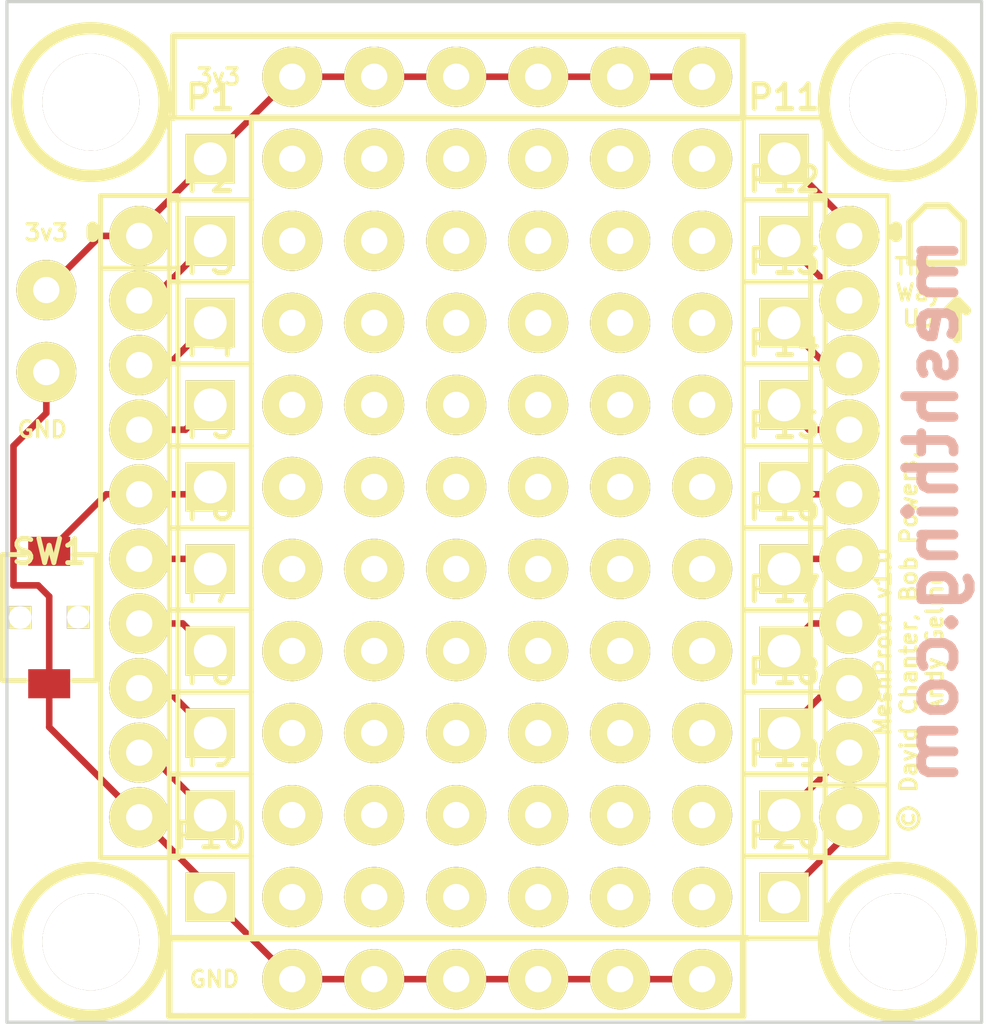
<source format=kicad_pcb>
(kicad_pcb (version 3) (host pcbnew "(2013-07-07 BZR 4022)-stable")

  (general
    (links 36)
    (no_connects 3)
    (area 130.555134 96.9738 167.283656 130.4922)
    (thickness 1.6)
    (drawings 31)
    (tracks 61)
    (zones 0)
    (modules 102)
    (nets 21)
  )

  (page A4)
  (layers
    (15 F.Cu signal)
    (0 B.Cu signal)
    (16 B.Adhes user)
    (17 F.Adhes user)
    (18 B.Paste user)
    (19 F.Paste user)
    (20 B.SilkS user)
    (21 F.SilkS user)
    (22 B.Mask user)
    (23 F.Mask user)
    (24 Dwgs.User user hide)
    (25 Cmts.User user)
    (26 Eco1.User user)
    (27 Eco2.User user)
    (28 Edge.Cuts user)
  )

  (setup
    (last_trace_width 0.2032)
    (user_trace_width 0.3048)
    (trace_clearance 0.2032)
    (zone_clearance 0.2032)
    (zone_45_only yes)
    (trace_min 0.2032)
    (segment_width 0.2)
    (edge_width 0.1)
    (via_size 0.889)
    (via_drill 0.635)
    (via_min_size 0.889)
    (via_min_drill 0.508)
    (uvia_size 0.508)
    (uvia_drill 0.127)
    (uvias_allowed no)
    (uvia_min_size 0.508)
    (uvia_min_drill 0.127)
    (pcb_text_width 0.3)
    (pcb_text_size 1.5 1.5)
    (mod_edge_width 0.15)
    (mod_text_size 1 1)
    (mod_text_width 0.15)
    (pad_size 1.85928 1.85928)
    (pad_drill 0.8128)
    (pad_to_mask_clearance 0.2032)
    (aux_axis_origin 133.34 142.09)
    (visible_elements 7FFFFFEF)
    (pcbplotparams
      (layerselection 284196865)
      (usegerberextensions true)
      (excludeedgelayer true)
      (linewidth 0.150000)
      (plotframeref false)
      (viasonmask false)
      (mode 1)
      (useauxorigin true)
      (hpglpennumber 1)
      (hpglpenspeed 20)
      (hpglpendiameter 15)
      (hpglpenoverlay 2)
      (psnegative false)
      (psa4output false)
      (plotreference false)
      (plotvalue false)
      (plotothertext true)
      (plotinvisibletext false)
      (padsonsilk false)
      (subtractmaskfromsilk false)
      (outputformat 1)
      (mirror false)
      (drillshape 0)
      (scaleselection 1)
      (outputdirectory Gerbers/))
  )

  (net 0 "")
  (net 1 BAT+)
  (net 2 GND)
  (net 3 N-0000052)
  (net 4 N-0000054)
  (net 5 N-0000055)
  (net 6 N-0000056)
  (net 7 N-0000057)
  (net 8 N-0000058)
  (net 9 N-0000059)
  (net 10 N-0000062)
  (net 11 N-0000063)
  (net 12 N-0000064)
  (net 13 N-0000065)
  (net 14 N-0000066)
  (net 15 N-0000067)
  (net 16 N-0000068)
  (net 17 N-0000069)
  (net 18 N-0000070)
  (net 19 N-0000071)
  (net 20 N-0000072)

  (net_class Default "This is the default net class."
    (clearance 0.2032)
    (trace_width 0.2032)
    (via_dia 0.889)
    (via_drill 0.635)
    (uvia_dia 0.508)
    (uvia_drill 0.127)
    (add_net "")
    (add_net BAT+)
    (add_net GND)
    (add_net N-0000052)
    (add_net N-0000054)
    (add_net N-0000055)
    (add_net N-0000056)
    (add_net N-0000057)
    (add_net N-0000058)
    (add_net N-0000059)
    (add_net N-0000062)
    (add_net N-0000063)
    (add_net N-0000064)
    (add_net N-0000065)
    (add_net N-0000066)
    (add_net N-0000067)
    (add_net N-0000068)
    (add_net N-0000069)
    (add_net N-0000070)
    (add_net N-0000071)
    (add_net N-0000072)
  )

  (module _MUSB_XBee_Board_OUTLINE_ONLY (layer F.Cu) (tedit 52822244) (tstamp 5269EE4B)
    (at 148.5 105.004)
    (path /522EB270)
    (fp_text reference U1 (at -6.35 7.62 90) (layer F.SilkS) hide
      (effects (font (size 1.524 1.524) (thickness 0.3048)))
    )
    (fp_text value XBEE (at 4.445 11.43) (layer F.SilkS) hide
      (effects (font (size 1.524 1.524) (thickness 0.3048)))
    )
    (fp_line (start -12.446 0) (end -12.446 -0.254) (layer F.SilkS) (width 0.381))
    (fp_text user AD2 (at 9.825 4.0005 90) (layer F.SilkS) hide
      (effects (font (size 0.45 0.45) (thickness 0.1125)))
    )
    (fp_text user AD3 (at 9.825 5.99948 90) (layer F.SilkS) hide
      (effects (font (size 0.45 0.45) (thickness 0.1125)))
    )
    (fp_text user AD6 (at 9.825 8.13 90) (layer F.SilkS) hide
      (effects (font (size 0.45 0.45) (thickness 0.1125)))
    )
    (fp_text user PE5 (at 9.825 11.99896 90) (layer F.SilkS) hide
      (effects (font (size 0.45 0.45) (thickness 0.0875)))
    )
    (fp_text user AD4 (at 9.825 18.00098 90) (layer F.SilkS) hide
      (effects (font (size 0.45 0.45) (thickness 0.0875)))
    )
    (fp_text user AD7 (at 9.825 15.99946 90) (layer F.SilkS) hide
      (effects (font (size 0.45 0.45) (thickness 0.0875)))
    )
    (fp_text user MSI/SCL (at 9.825 14.00048 90) (layer F.SilkS) hide
      (effects (font (size 0.35 0.35) (thickness 0.0875)))
    )
    (fp_text user AD5 (at 9.825 9.99998 90) (layer F.SilkS) hide
      (effects (font (size 0.45 0.45) (thickness 0.075)))
    )
    (fp_text user AD1 (at 9.85 1.99898 90) (layer F.SilkS) hide
      (effects (font (size 0.45 0.45) (thickness 0.075)))
    )
    (fp_text user AD0 (at 9.85 0 90) (layer F.SilkS) hide
      (effects (font (size 0.45 0.45) (thickness 0.075)))
    )
    (fp_text user 3.3V (at -9.85 0 90) (layer F.SilkS) hide
      (effects (font (size 0.5 0.5) (thickness 0.125)))
    )
    (fp_text user TX0 (at -9.85 1.99898 90) (layer F.SilkS) hide
      (effects (font (size 0.45 0.45) (thickness 0.0875)))
    )
    (fp_text user RX0 (at -9.85 4.0005 90) (layer F.SilkS) hide
      (effects (font (size 0.45 0.45) (thickness 0.0875)))
    )
    (fp_text user TX1 (at -9.85 5.99948 90) (layer F.SilkS) hide
      (effects (font (size 0.45 0.45) (thickness 0.0875)))
    )
    (fp_text user ~RST (at -9.75 8.001 90) (layer F.SilkS) hide
      (effects (font (size 0.45 0.45) (thickness 0.0875)))
    )
    (fp_text user RSSI (at -9.85 9.99998 90) (layer F.SilkS) hide
      (effects (font (size 0.45 0.45) (thickness 0.0875)))
    )
    (fp_text user PWM1 (at -9.85 11.99896 90) (layer F.SilkS) hide
      (effects (font (size 0.4 0.4) (thickness 0.0875)))
    )
    (fp_text user RX1 (at -9.85 14.00048 90) (layer F.SilkS) hide
      (effects (font (size 0.45 0.45) (thickness 0.1125)))
    )
    (fp_text user DTR/SDA (at -9.85 15.99946 90) (layer F.SilkS) hide
      (effects (font (size 0.35 0.35) (thickness 0.0875)))
    )
    (fp_text user GND (at -9.85 18.00098 90) (layer F.SilkS) hide
      (effects (font (size 0.5 0.5) (thickness 0.125)))
    )
    (fp_line (start 12.446 0) (end 12.446 -0.254) (layer F.SilkS) (width 0.381))
    (model Radio/Xbee_patch.wrl
      (at (xyz 0 0 0))
      (scale (xyz 1 1 1))
      (rotate (xyz 270 0 0))
    )
  )

  (module PIN_ARRAY_1   placed (layer F.Cu) (tedit 4E4E744E) (tstamp 52821811)
    (at 139.7 125.476)
    (descr "1 pin")
    (tags "CONN DEV")
    (path /5269EB9C)
    (fp_text reference P10 (at 0 -1.905) (layer F.SilkS)
      (effects (font (size 0.762 0.762) (thickness 0.1524)))
    )
    (fp_text value CONN_1 (at 0 -1.905) (layer F.SilkS) hide
      (effects (font (size 0.762 0.762) (thickness 0.1524)))
    )
    (fp_line (start 1.27 1.27) (end -1.27 1.27) (layer F.SilkS) (width 0.1524))
    (fp_line (start -1.27 -1.27) (end 1.27 -1.27) (layer F.SilkS) (width 0.1524))
    (fp_line (start -1.27 1.27) (end -1.27 -1.27) (layer F.SilkS) (width 0.1524))
    (fp_line (start 1.27 -1.27) (end 1.27 1.27) (layer F.SilkS) (width 0.1524))
    (pad 1 thru_hole rect (at 0 0) (size 1.524 1.524) (drill 1.016)
      (layers *.Cu *.Mask F.SilkS)
      (net 2 GND)
    )
    (model pin_array\pin_1.wrl
      (at (xyz 0 0 0))
      (scale (xyz 1 1 1))
      (rotate (xyz 0 0 0))
    )
  )

  (module PIN_ARRAY_1   placed (layer F.Cu) (tedit 4E4E744E) (tstamp 5282181B)
    (at 139.7 122.936)
    (descr "1 pin")
    (tags "CONN DEV")
    (path /5269EB96)
    (fp_text reference P9 (at 0 -1.905) (layer F.SilkS)
      (effects (font (size 0.762 0.762) (thickness 0.1524)))
    )
    (fp_text value CONN_1 (at 0 -1.905) (layer F.SilkS) hide
      (effects (font (size 0.762 0.762) (thickness 0.1524)))
    )
    (fp_line (start 1.27 1.27) (end -1.27 1.27) (layer F.SilkS) (width 0.1524))
    (fp_line (start -1.27 -1.27) (end 1.27 -1.27) (layer F.SilkS) (width 0.1524))
    (fp_line (start -1.27 1.27) (end -1.27 -1.27) (layer F.SilkS) (width 0.1524))
    (fp_line (start 1.27 -1.27) (end 1.27 1.27) (layer F.SilkS) (width 0.1524))
    (pad 1 thru_hole rect (at 0 0) (size 1.524 1.524) (drill 1.016)
      (layers *.Cu *.Mask F.SilkS)
      (net 10 N-0000062)
    )
    (model pin_array\pin_1.wrl
      (at (xyz 0 0 0))
      (scale (xyz 1 1 1))
      (rotate (xyz 0 0 0))
    )
  )

  (module PIN_ARRAY_1   placed (layer F.Cu) (tedit 4E4E744E) (tstamp 52821825)
    (at 139.7 120.396)
    (descr "1 pin")
    (tags "CONN DEV")
    (path /5269EB90)
    (fp_text reference P8 (at 0 -1.905) (layer F.SilkS)
      (effects (font (size 0.762 0.762) (thickness 0.1524)))
    )
    (fp_text value CONN_1 (at 0 -1.905) (layer F.SilkS) hide
      (effects (font (size 0.762 0.762) (thickness 0.1524)))
    )
    (fp_line (start 1.27 1.27) (end -1.27 1.27) (layer F.SilkS) (width 0.1524))
    (fp_line (start -1.27 -1.27) (end 1.27 -1.27) (layer F.SilkS) (width 0.1524))
    (fp_line (start -1.27 1.27) (end -1.27 -1.27) (layer F.SilkS) (width 0.1524))
    (fp_line (start 1.27 -1.27) (end 1.27 1.27) (layer F.SilkS) (width 0.1524))
    (pad 1 thru_hole rect (at 0 0) (size 1.524 1.524) (drill 1.016)
      (layers *.Cu *.Mask F.SilkS)
      (net 9 N-0000059)
    )
    (model pin_array\pin_1.wrl
      (at (xyz 0 0 0))
      (scale (xyz 1 1 1))
      (rotate (xyz 0 0 0))
    )
  )

  (module PIN_ARRAY_1   placed (layer F.Cu) (tedit 4E4E744E) (tstamp 5282182F)
    (at 139.7 117.856)
    (descr "1 pin")
    (tags "CONN DEV")
    (path /5269EB8A)
    (fp_text reference P7 (at 0 -1.905) (layer F.SilkS)
      (effects (font (size 0.762 0.762) (thickness 0.1524)))
    )
    (fp_text value CONN_1 (at 0 -1.905) (layer F.SilkS) hide
      (effects (font (size 0.762 0.762) (thickness 0.1524)))
    )
    (fp_line (start 1.27 1.27) (end -1.27 1.27) (layer F.SilkS) (width 0.1524))
    (fp_line (start -1.27 -1.27) (end 1.27 -1.27) (layer F.SilkS) (width 0.1524))
    (fp_line (start -1.27 1.27) (end -1.27 -1.27) (layer F.SilkS) (width 0.1524))
    (fp_line (start 1.27 -1.27) (end 1.27 1.27) (layer F.SilkS) (width 0.1524))
    (pad 1 thru_hole rect (at 0 0) (size 1.524 1.524) (drill 1.016)
      (layers *.Cu *.Mask F.SilkS)
      (net 4 N-0000054)
    )
    (model pin_array\pin_1.wrl
      (at (xyz 0 0 0))
      (scale (xyz 1 1 1))
      (rotate (xyz 0 0 0))
    )
  )

  (module PIN_ARRAY_1   placed (layer F.Cu) (tedit 4E4E744E) (tstamp 52821839)
    (at 139.7 115.316)
    (descr "1 pin")
    (tags "CONN DEV")
    (path /5269EB84)
    (fp_text reference P6 (at 0 -1.905) (layer F.SilkS)
      (effects (font (size 0.762 0.762) (thickness 0.1524)))
    )
    (fp_text value CONN_1 (at 0 -1.905) (layer F.SilkS) hide
      (effects (font (size 0.762 0.762) (thickness 0.1524)))
    )
    (fp_line (start 1.27 1.27) (end -1.27 1.27) (layer F.SilkS) (width 0.1524))
    (fp_line (start -1.27 -1.27) (end 1.27 -1.27) (layer F.SilkS) (width 0.1524))
    (fp_line (start -1.27 1.27) (end -1.27 -1.27) (layer F.SilkS) (width 0.1524))
    (fp_line (start 1.27 -1.27) (end 1.27 1.27) (layer F.SilkS) (width 0.1524))
    (pad 1 thru_hole rect (at 0 0) (size 1.524 1.524) (drill 1.016)
      (layers *.Cu *.Mask F.SilkS)
      (net 5 N-0000055)
    )
    (model pin_array\pin_1.wrl
      (at (xyz 0 0 0))
      (scale (xyz 1 1 1))
      (rotate (xyz 0 0 0))
    )
  )

  (module PIN_ARRAY_1   placed (layer F.Cu) (tedit 4E4E744E) (tstamp 52821843)
    (at 139.7 112.776)
    (descr "1 pin")
    (tags "CONN DEV")
    (path /5269EB7E)
    (fp_text reference P5 (at 0 -1.905) (layer F.SilkS)
      (effects (font (size 0.762 0.762) (thickness 0.1524)))
    )
    (fp_text value CONN_1 (at 0 -1.905) (layer F.SilkS) hide
      (effects (font (size 0.762 0.762) (thickness 0.1524)))
    )
    (fp_line (start 1.27 1.27) (end -1.27 1.27) (layer F.SilkS) (width 0.1524))
    (fp_line (start -1.27 -1.27) (end 1.27 -1.27) (layer F.SilkS) (width 0.1524))
    (fp_line (start -1.27 1.27) (end -1.27 -1.27) (layer F.SilkS) (width 0.1524))
    (fp_line (start 1.27 -1.27) (end 1.27 1.27) (layer F.SilkS) (width 0.1524))
    (pad 1 thru_hole rect (at 0 0) (size 1.524 1.524) (drill 1.016)
      (layers *.Cu *.Mask F.SilkS)
      (net 3 N-0000052)
    )
    (model pin_array\pin_1.wrl
      (at (xyz 0 0 0))
      (scale (xyz 1 1 1))
      (rotate (xyz 0 0 0))
    )
  )

  (module PIN_ARRAY_1   placed (layer F.Cu) (tedit 4E4E744E) (tstamp 5282184D)
    (at 139.7 110.236)
    (descr "1 pin")
    (tags "CONN DEV")
    (path /5269EB78)
    (fp_text reference P4 (at 0 -1.905) (layer F.SilkS)
      (effects (font (size 0.762 0.762) (thickness 0.1524)))
    )
    (fp_text value CONN_1 (at 0 -1.905) (layer F.SilkS) hide
      (effects (font (size 0.762 0.762) (thickness 0.1524)))
    )
    (fp_line (start 1.27 1.27) (end -1.27 1.27) (layer F.SilkS) (width 0.1524))
    (fp_line (start -1.27 -1.27) (end 1.27 -1.27) (layer F.SilkS) (width 0.1524))
    (fp_line (start -1.27 1.27) (end -1.27 -1.27) (layer F.SilkS) (width 0.1524))
    (fp_line (start 1.27 -1.27) (end 1.27 1.27) (layer F.SilkS) (width 0.1524))
    (pad 1 thru_hole rect (at 0 0) (size 1.524 1.524) (drill 1.016)
      (layers *.Cu *.Mask F.SilkS)
      (net 6 N-0000056)
    )
    (model pin_array\pin_1.wrl
      (at (xyz 0 0 0))
      (scale (xyz 1 1 1))
      (rotate (xyz 0 0 0))
    )
  )

  (module PIN_ARRAY_1   placed (layer F.Cu) (tedit 4E4E744E) (tstamp 52821857)
    (at 139.7 107.696)
    (descr "1 pin")
    (tags "CONN DEV")
    (path /5269EB72)
    (fp_text reference P3 (at 0 -1.905) (layer F.SilkS)
      (effects (font (size 0.762 0.762) (thickness 0.1524)))
    )
    (fp_text value CONN_1 (at 0 -1.905) (layer F.SilkS) hide
      (effects (font (size 0.762 0.762) (thickness 0.1524)))
    )
    (fp_line (start 1.27 1.27) (end -1.27 1.27) (layer F.SilkS) (width 0.1524))
    (fp_line (start -1.27 -1.27) (end 1.27 -1.27) (layer F.SilkS) (width 0.1524))
    (fp_line (start -1.27 1.27) (end -1.27 -1.27) (layer F.SilkS) (width 0.1524))
    (fp_line (start 1.27 -1.27) (end 1.27 1.27) (layer F.SilkS) (width 0.1524))
    (pad 1 thru_hole rect (at 0 0) (size 1.524 1.524) (drill 1.016)
      (layers *.Cu *.Mask F.SilkS)
      (net 7 N-0000057)
    )
    (model pin_array\pin_1.wrl
      (at (xyz 0 0 0))
      (scale (xyz 1 1 1))
      (rotate (xyz 0 0 0))
    )
  )

  (module PIN_ARRAY_1   placed (layer F.Cu) (tedit 4E4E744E) (tstamp 52821861)
    (at 139.7 105.156)
    (descr "1 pin")
    (tags "CONN DEV")
    (path /5269EB6C)
    (fp_text reference P2 (at 0 -1.905) (layer F.SilkS)
      (effects (font (size 0.762 0.762) (thickness 0.1524)))
    )
    (fp_text value CONN_1 (at 0 -1.905) (layer F.SilkS) hide
      (effects (font (size 0.762 0.762) (thickness 0.1524)))
    )
    (fp_line (start 1.27 1.27) (end -1.27 1.27) (layer F.SilkS) (width 0.1524))
    (fp_line (start -1.27 -1.27) (end 1.27 -1.27) (layer F.SilkS) (width 0.1524))
    (fp_line (start -1.27 1.27) (end -1.27 -1.27) (layer F.SilkS) (width 0.1524))
    (fp_line (start 1.27 -1.27) (end 1.27 1.27) (layer F.SilkS) (width 0.1524))
    (pad 1 thru_hole rect (at 0 0) (size 1.524 1.524) (drill 1.016)
      (layers *.Cu *.Mask F.SilkS)
      (net 8 N-0000058)
    )
    (model pin_array\pin_1.wrl
      (at (xyz 0 0 0))
      (scale (xyz 1 1 1))
      (rotate (xyz 0 0 0))
    )
  )

  (module PIN_ARRAY_1   placed (layer F.Cu) (tedit 4E4E744E) (tstamp 5282186B)
    (at 139.7 102.616)
    (descr "1 pin")
    (tags "CONN DEV")
    (path /5269EB66)
    (fp_text reference P1 (at 0 -1.905) (layer F.SilkS)
      (effects (font (size 0.762 0.762) (thickness 0.1524)))
    )
    (fp_text value CONN_1 (at 0 -1.905) (layer F.SilkS) hide
      (effects (font (size 0.762 0.762) (thickness 0.1524)))
    )
    (fp_line (start 1.27 1.27) (end -1.27 1.27) (layer F.SilkS) (width 0.1524))
    (fp_line (start -1.27 -1.27) (end 1.27 -1.27) (layer F.SilkS) (width 0.1524))
    (fp_line (start -1.27 1.27) (end -1.27 -1.27) (layer F.SilkS) (width 0.1524))
    (fp_line (start 1.27 -1.27) (end 1.27 1.27) (layer F.SilkS) (width 0.1524))
    (pad 1 thru_hole rect (at 0 0) (size 1.524 1.524) (drill 1.016)
      (layers *.Cu *.Mask F.SilkS)
      (net 1 BAT+)
    )
    (model pin_array\pin_1.wrl
      (at (xyz 0 0 0))
      (scale (xyz 1 1 1))
      (rotate (xyz 0 0 0))
    )
  )

  (module PIN_ARRAY_1   placed (layer F.Cu) (tedit 4E4E744E) (tstamp 5269EEAE)
    (at 157.48 125.476)
    (descr "1 pin")
    (tags "CONN DEV")
    (path /5269EB16)
    (fp_text reference P20 (at 0 -1.905) (layer F.SilkS)
      (effects (font (size 0.762 0.762) (thickness 0.1524)))
    )
    (fp_text value CONN_1 (at 0 -1.905) (layer F.SilkS) hide
      (effects (font (size 0.762 0.762) (thickness 0.1524)))
    )
    (fp_line (start 1.27 1.27) (end -1.27 1.27) (layer F.SilkS) (width 0.1524))
    (fp_line (start -1.27 -1.27) (end 1.27 -1.27) (layer F.SilkS) (width 0.1524))
    (fp_line (start -1.27 1.27) (end -1.27 -1.27) (layer F.SilkS) (width 0.1524))
    (fp_line (start 1.27 -1.27) (end 1.27 1.27) (layer F.SilkS) (width 0.1524))
    (pad 1 thru_hole rect (at 0 0) (size 1.524 1.524) (drill 1.016)
      (layers *.Cu *.Mask F.SilkS)
      (net 20 N-0000072)
    )
    (model pin_array\pin_1.wrl
      (at (xyz 0 0 0))
      (scale (xyz 1 1 1))
      (rotate (xyz 0 0 0))
    )
  )

  (module PIN_ARRAY_1   placed (layer F.Cu) (tedit 4E4E744E) (tstamp 5269EEB7)
    (at 157.48 122.936)
    (descr "1 pin")
    (tags "CONN DEV")
    (path /5269EB10)
    (fp_text reference P19 (at 0 -1.905) (layer F.SilkS)
      (effects (font (size 0.762 0.762) (thickness 0.1524)))
    )
    (fp_text value CONN_1 (at 0 -1.905) (layer F.SilkS) hide
      (effects (font (size 0.762 0.762) (thickness 0.1524)))
    )
    (fp_line (start 1.27 1.27) (end -1.27 1.27) (layer F.SilkS) (width 0.1524))
    (fp_line (start -1.27 -1.27) (end 1.27 -1.27) (layer F.SilkS) (width 0.1524))
    (fp_line (start -1.27 1.27) (end -1.27 -1.27) (layer F.SilkS) (width 0.1524))
    (fp_line (start 1.27 -1.27) (end 1.27 1.27) (layer F.SilkS) (width 0.1524))
    (pad 1 thru_hole rect (at 0 0) (size 1.524 1.524) (drill 1.016)
      (layers *.Cu *.Mask F.SilkS)
      (net 19 N-0000071)
    )
    (model pin_array\pin_1.wrl
      (at (xyz 0 0 0))
      (scale (xyz 1 1 1))
      (rotate (xyz 0 0 0))
    )
  )

  (module PIN_ARRAY_1   placed (layer F.Cu) (tedit 4E4E744E) (tstamp 5269EEC0)
    (at 157.48 120.396)
    (descr "1 pin")
    (tags "CONN DEV")
    (path /5269EB0A)
    (fp_text reference P18 (at 0 -1.905) (layer F.SilkS)
      (effects (font (size 0.762 0.762) (thickness 0.1524)))
    )
    (fp_text value CONN_1 (at 0 -1.905) (layer F.SilkS) hide
      (effects (font (size 0.762 0.762) (thickness 0.1524)))
    )
    (fp_line (start 1.27 1.27) (end -1.27 1.27) (layer F.SilkS) (width 0.1524))
    (fp_line (start -1.27 -1.27) (end 1.27 -1.27) (layer F.SilkS) (width 0.1524))
    (fp_line (start -1.27 1.27) (end -1.27 -1.27) (layer F.SilkS) (width 0.1524))
    (fp_line (start 1.27 -1.27) (end 1.27 1.27) (layer F.SilkS) (width 0.1524))
    (pad 1 thru_hole rect (at 0 0) (size 1.524 1.524) (drill 1.016)
      (layers *.Cu *.Mask F.SilkS)
      (net 18 N-0000070)
    )
    (model pin_array\pin_1.wrl
      (at (xyz 0 0 0))
      (scale (xyz 1 1 1))
      (rotate (xyz 0 0 0))
    )
  )

  (module PIN_ARRAY_1   placed (layer F.Cu) (tedit 4E4E744E) (tstamp 5269EEC9)
    (at 157.48 117.856)
    (descr "1 pin")
    (tags "CONN DEV")
    (path /5269EB04)
    (fp_text reference P17 (at 0 -1.905) (layer F.SilkS)
      (effects (font (size 0.762 0.762) (thickness 0.1524)))
    )
    (fp_text value CONN_1 (at 0 -1.905) (layer F.SilkS) hide
      (effects (font (size 0.762 0.762) (thickness 0.1524)))
    )
    (fp_line (start 1.27 1.27) (end -1.27 1.27) (layer F.SilkS) (width 0.1524))
    (fp_line (start -1.27 -1.27) (end 1.27 -1.27) (layer F.SilkS) (width 0.1524))
    (fp_line (start -1.27 1.27) (end -1.27 -1.27) (layer F.SilkS) (width 0.1524))
    (fp_line (start 1.27 -1.27) (end 1.27 1.27) (layer F.SilkS) (width 0.1524))
    (pad 1 thru_hole rect (at 0 0) (size 1.524 1.524) (drill 1.016)
      (layers *.Cu *.Mask F.SilkS)
      (net 17 N-0000069)
    )
    (model pin_array\pin_1.wrl
      (at (xyz 0 0 0))
      (scale (xyz 1 1 1))
      (rotate (xyz 0 0 0))
    )
  )

  (module PIN_ARRAY_1   placed (layer F.Cu) (tedit 4E4E744E) (tstamp 5269EED2)
    (at 157.48 115.316)
    (descr "1 pin")
    (tags "CONN DEV")
    (path /5269EAFE)
    (fp_text reference P16 (at 0 -1.905) (layer F.SilkS)
      (effects (font (size 0.762 0.762) (thickness 0.1524)))
    )
    (fp_text value CONN_1 (at 0 -1.905) (layer F.SilkS) hide
      (effects (font (size 0.762 0.762) (thickness 0.1524)))
    )
    (fp_line (start 1.27 1.27) (end -1.27 1.27) (layer F.SilkS) (width 0.1524))
    (fp_line (start -1.27 -1.27) (end 1.27 -1.27) (layer F.SilkS) (width 0.1524))
    (fp_line (start -1.27 1.27) (end -1.27 -1.27) (layer F.SilkS) (width 0.1524))
    (fp_line (start 1.27 -1.27) (end 1.27 1.27) (layer F.SilkS) (width 0.1524))
    (pad 1 thru_hole rect (at 0 0) (size 1.524 1.524) (drill 1.016)
      (layers *.Cu *.Mask F.SilkS)
      (net 16 N-0000068)
    )
    (model pin_array\pin_1.wrl
      (at (xyz 0 0 0))
      (scale (xyz 1 1 1))
      (rotate (xyz 0 0 0))
    )
  )

  (module PIN_ARRAY_1   placed (layer F.Cu) (tedit 4E4E744E) (tstamp 5269EEDB)
    (at 157.48 112.776)
    (descr "1 pin")
    (tags "CONN DEV")
    (path /5269EAF8)
    (fp_text reference P15 (at 0 -1.905) (layer F.SilkS)
      (effects (font (size 0.762 0.762) (thickness 0.1524)))
    )
    (fp_text value CONN_1 (at 0 -1.905) (layer F.SilkS) hide
      (effects (font (size 0.762 0.762) (thickness 0.1524)))
    )
    (fp_line (start 1.27 1.27) (end -1.27 1.27) (layer F.SilkS) (width 0.1524))
    (fp_line (start -1.27 -1.27) (end 1.27 -1.27) (layer F.SilkS) (width 0.1524))
    (fp_line (start -1.27 1.27) (end -1.27 -1.27) (layer F.SilkS) (width 0.1524))
    (fp_line (start 1.27 -1.27) (end 1.27 1.27) (layer F.SilkS) (width 0.1524))
    (pad 1 thru_hole rect (at 0 0) (size 1.524 1.524) (drill 1.016)
      (layers *.Cu *.Mask F.SilkS)
      (net 15 N-0000067)
    )
    (model pin_array\pin_1.wrl
      (at (xyz 0 0 0))
      (scale (xyz 1 1 1))
      (rotate (xyz 0 0 0))
    )
  )

  (module PIN_ARRAY_1   placed (layer F.Cu) (tedit 4E4E744E) (tstamp 5269EEE4)
    (at 157.48 110.236)
    (descr "1 pin")
    (tags "CONN DEV")
    (path /5269EAF2)
    (fp_text reference P14 (at 0 -1.905) (layer F.SilkS)
      (effects (font (size 0.762 0.762) (thickness 0.1524)))
    )
    (fp_text value CONN_1 (at 0 -1.905) (layer F.SilkS) hide
      (effects (font (size 0.762 0.762) (thickness 0.1524)))
    )
    (fp_line (start 1.27 1.27) (end -1.27 1.27) (layer F.SilkS) (width 0.1524))
    (fp_line (start -1.27 -1.27) (end 1.27 -1.27) (layer F.SilkS) (width 0.1524))
    (fp_line (start -1.27 1.27) (end -1.27 -1.27) (layer F.SilkS) (width 0.1524))
    (fp_line (start 1.27 -1.27) (end 1.27 1.27) (layer F.SilkS) (width 0.1524))
    (pad 1 thru_hole rect (at 0 0) (size 1.524 1.524) (drill 1.016)
      (layers *.Cu *.Mask F.SilkS)
      (net 14 N-0000066)
    )
    (model pin_array\pin_1.wrl
      (at (xyz 0 0 0))
      (scale (xyz 1 1 1))
      (rotate (xyz 0 0 0))
    )
  )

  (module PIN_ARRAY_1   placed (layer F.Cu) (tedit 4E4E744E) (tstamp 5269EEED)
    (at 157.48 107.696)
    (descr "1 pin")
    (tags "CONN DEV")
    (path /5269EAEC)
    (fp_text reference P13 (at 0 -1.905) (layer F.SilkS)
      (effects (font (size 0.762 0.762) (thickness 0.1524)))
    )
    (fp_text value CONN_1 (at 0 -1.905) (layer F.SilkS) hide
      (effects (font (size 0.762 0.762) (thickness 0.1524)))
    )
    (fp_line (start 1.27 1.27) (end -1.27 1.27) (layer F.SilkS) (width 0.1524))
    (fp_line (start -1.27 -1.27) (end 1.27 -1.27) (layer F.SilkS) (width 0.1524))
    (fp_line (start -1.27 1.27) (end -1.27 -1.27) (layer F.SilkS) (width 0.1524))
    (fp_line (start 1.27 -1.27) (end 1.27 1.27) (layer F.SilkS) (width 0.1524))
    (pad 1 thru_hole rect (at 0 0) (size 1.524 1.524) (drill 1.016)
      (layers *.Cu *.Mask F.SilkS)
      (net 13 N-0000065)
    )
    (model pin_array\pin_1.wrl
      (at (xyz 0 0 0))
      (scale (xyz 1 1 1))
      (rotate (xyz 0 0 0))
    )
  )

  (module PIN_ARRAY_1   placed (layer F.Cu) (tedit 4E4E744E) (tstamp 5269EEF6)
    (at 157.48 105.156)
    (descr "1 pin")
    (tags "CONN DEV")
    (path /5269EAE6)
    (fp_text reference P12 (at 0 -1.905) (layer F.SilkS)
      (effects (font (size 0.762 0.762) (thickness 0.1524)))
    )
    (fp_text value CONN_1 (at 0 -1.905) (layer F.SilkS) hide
      (effects (font (size 0.762 0.762) (thickness 0.1524)))
    )
    (fp_line (start 1.27 1.27) (end -1.27 1.27) (layer F.SilkS) (width 0.1524))
    (fp_line (start -1.27 -1.27) (end 1.27 -1.27) (layer F.SilkS) (width 0.1524))
    (fp_line (start -1.27 1.27) (end -1.27 -1.27) (layer F.SilkS) (width 0.1524))
    (fp_line (start 1.27 -1.27) (end 1.27 1.27) (layer F.SilkS) (width 0.1524))
    (pad 1 thru_hole rect (at 0 0) (size 1.524 1.524) (drill 1.016)
      (layers *.Cu *.Mask F.SilkS)
      (net 12 N-0000064)
    )
    (model pin_array\pin_1.wrl
      (at (xyz 0 0 0))
      (scale (xyz 1 1 1))
      (rotate (xyz 0 0 0))
    )
  )

  (module PIN_ARRAY_1   placed (layer F.Cu) (tedit 4E4E744E) (tstamp 5269EEFF)
    (at 157.48 102.616)
    (descr "1 pin")
    (tags "CONN DEV")
    (path /5269EA8F)
    (fp_text reference P11 (at 0 -1.905) (layer F.SilkS)
      (effects (font (size 0.762 0.762) (thickness 0.1524)))
    )
    (fp_text value CONN_1 (at 0 -1.905) (layer F.SilkS) hide
      (effects (font (size 0.762 0.762) (thickness 0.1524)))
    )
    (fp_line (start 1.27 1.27) (end -1.27 1.27) (layer F.SilkS) (width 0.1524))
    (fp_line (start -1.27 -1.27) (end 1.27 -1.27) (layer F.SilkS) (width 0.1524))
    (fp_line (start -1.27 1.27) (end -1.27 -1.27) (layer F.SilkS) (width 0.1524))
    (fp_line (start 1.27 -1.27) (end 1.27 1.27) (layer F.SilkS) (width 0.1524))
    (pad 1 thru_hole rect (at 0 0) (size 1.524 1.524) (drill 1.016)
      (layers *.Cu *.Mask F.SilkS)
      (net 11 N-0000063)
    )
    (model pin_array\pin_1.wrl
      (at (xyz 0 0 0))
      (scale (xyz 1 1 1))
      (rotate (xyz 0 0 0))
    )
  )

  (module _MP_MountingHole (layer F.Cu) (tedit 5269F606) (tstamp 526A008D)
    (at 136 100.86)
    (descr "module 1 pin (ou trou mecanique de percage)")
    (tags DEV)
    (path 1pin)
    (fp_text reference 1PIN1 (at 0 -3.048) (layer F.SilkS) hide
      (effects (font (size 1.016 1.016) (thickness 0.254)))
    )
    (fp_text value P*** (at 0 2.794) (layer F.SilkS) hide
      (effects (font (size 1.016 1.016) (thickness 0.254)))
    )
    (fp_circle (center 0 0) (end 0 -2.286) (layer F.SilkS) (width 0.381))
    (pad 1 thru_hole circle (at 0 0) (size 3 3) (drill 3)
      (layers *.Cu *.Mask F.SilkS)
      (clearance 1)
    )
  )

  (module _MP_MountingHole (layer F.Cu) (tedit 5269F612) (tstamp 526A81A6)
    (at 161 100.86)
    (descr "module 1 pin (ou trou mecanique de percage)")
    (tags DEV)
    (path 1pin)
    (fp_text reference 1PIN2 (at 0 -3.048) (layer F.SilkS) hide
      (effects (font (size 1.016 1.016) (thickness 0.254)))
    )
    (fp_text value P*** (at 0 2.794) (layer F.SilkS) hide
      (effects (font (size 1.016 1.016) (thickness 0.254)))
    )
    (fp_circle (center 0 0) (end 0 -2.286) (layer F.SilkS) (width 0.381))
    (pad 1 thru_hole circle (at 0 0) (size 3 3) (drill 3)
      (layers *.Cu *.Mask F.SilkS)
      (clearance 1)
    )
  )

  (module _MP_MountingHole (layer F.Cu) (tedit 5269F62A) (tstamp 526A81B7)
    (at 136 126.86)
    (descr "module 1 pin (ou trou mecanique de percage)")
    (tags DEV)
    (path 1pin)
    (fp_text reference 1PIN3 (at 0 -3.048) (layer F.SilkS) hide
      (effects (font (size 1.016 1.016) (thickness 0.254)))
    )
    (fp_text value P*** (at 0 2.794) (layer F.SilkS) hide
      (effects (font (size 1.016 1.016) (thickness 0.254)))
    )
    (fp_circle (center 0 0) (end 0 -2.286) (layer F.SilkS) (width 0.381))
    (pad 1 thru_hole circle (at 0 0) (size 3 3) (drill 3)
      (layers *.Cu *.Mask F.SilkS)
      (clearance 1)
    )
  )

  (module _MP_MountingHole (layer F.Cu) (tedit 5269F623) (tstamp 526A81C2)
    (at 161 126.86)
    (descr "module 1 pin (ou trou mecanique de percage)")
    (tags DEV)
    (path 1pin)
    (fp_text reference 1PIN4 (at 0 -3.048) (layer F.SilkS) hide
      (effects (font (size 1.016 1.016) (thickness 0.254)))
    )
    (fp_text value P*** (at 0 2.794) (layer F.SilkS) hide
      (effects (font (size 1.016 1.016) (thickness 0.254)))
    )
    (fp_circle (center 0 0) (end 0 -2.286) (layer F.SilkS) (width 0.381))
    (pad 1 thru_hole circle (at 0 0) (size 3 3) (drill 3)
      (layers *.Cu *.Mask F.SilkS)
      (clearance 1)
    )
  )

  (module _MP_XbeeTH10Pin (layer F.Cu) (tedit 5269F504) (tstamp 5269EF12)
    (at 137.5 114.004)
    (path /5232A47B)
    (fp_text reference H1 (at 0 -11.47) (layer F.SilkS) hide
      (effects (font (size 1 1) (thickness 0.15)))
    )
    (fp_text value XBeeLeftPins (at 0 11.57) (layer F.SilkS) hide
      (effects (font (size 1 1) (thickness 0.15)))
    )
    (fp_line (start -1.2 -8) (end 1.2 -8) (layer F.SilkS) (width 0.15))
    (fp_line (start 1.2 -10.25) (end 1.2 10.25) (layer F.SilkS) (width 0.15))
    (fp_line (start 1.2 10.25) (end -1.2 10.25) (layer F.SilkS) (width 0.15))
    (fp_line (start -1.2 10.25) (end -1.2 -10.25) (layer F.SilkS) (width 0.15))
    (fp_line (start -1.2 -10.25) (end 1.2 -10.25) (layer F.SilkS) (width 0.15))
    (pad 1 thru_hole circle (at 0 -9) (size 1.85928 1.85928) (drill 0.8128)
      (layers *.Cu *.Mask F.SilkS)
      (net 1 BAT+)
    )
    (pad 2 thru_hole circle (at 0 -7) (size 1.85928 1.85928) (drill 0.8128)
      (layers *.Cu *.Mask F.SilkS)
      (net 8 N-0000058)
    )
    (pad 3 thru_hole circle (at 0 -5) (size 1.85928 1.85928) (drill 0.8128)
      (layers *.Cu *.Mask F.SilkS)
      (net 7 N-0000057)
    )
    (pad 4 thru_hole circle (at 0 -3) (size 1.85928 1.85928) (drill 0.8128)
      (layers *.Cu *.Mask F.SilkS)
      (net 6 N-0000056)
    )
    (pad 5 thru_hole circle (at 0 -1) (size 1.85928 1.85928) (drill 0.8128)
      (layers *.Cu *.Mask F.SilkS)
      (net 3 N-0000052)
    )
    (pad 6 thru_hole circle (at 0 1) (size 1.85928 1.85928) (drill 0.8128)
      (layers *.Cu *.Mask F.SilkS)
      (net 5 N-0000055)
    )
    (pad 7 thru_hole circle (at 0 3) (size 1.85928 1.85928) (drill 0.8128)
      (layers *.Cu *.Mask F.SilkS)
      (net 4 N-0000054)
    )
    (pad 8 thru_hole circle (at 0 5) (size 1.85928 1.85928) (drill 0.8128)
      (layers *.Cu *.Mask F.SilkS)
      (net 9 N-0000059)
    )
    (pad 9 thru_hole circle (at 0 7) (size 1.85928 1.85928) (drill 0.8128)
      (layers *.Cu *.Mask F.SilkS)
      (net 10 N-0000062)
    )
    (pad 10 thru_hole circle (at 0 9) (size 1.85928 1.85928) (drill 0.8128)
      (layers *.Cu *.Mask F.SilkS)
      (net 2 GND)
    )
  )

  (module _MP_XbeeTH10Pin (layer F.Cu) (tedit 5269F504) (tstamp 5269EF25)
    (at 159.5 114.004 180)
    (path /5232A4B3)
    (fp_text reference H2 (at 0 -11.47 180) (layer F.SilkS) hide
      (effects (font (size 1 1) (thickness 0.15)))
    )
    (fp_text value XBeeRightPins (at 0 11.57 180) (layer F.SilkS) hide
      (effects (font (size 1 1) (thickness 0.15)))
    )
    (fp_line (start -1.2 -8) (end 1.2 -8) (layer F.SilkS) (width 0.15))
    (fp_line (start 1.2 -10.25) (end 1.2 10.25) (layer F.SilkS) (width 0.15))
    (fp_line (start 1.2 10.25) (end -1.2 10.25) (layer F.SilkS) (width 0.15))
    (fp_line (start -1.2 10.25) (end -1.2 -10.25) (layer F.SilkS) (width 0.15))
    (fp_line (start -1.2 -10.25) (end 1.2 -10.25) (layer F.SilkS) (width 0.15))
    (pad 1 thru_hole circle (at 0 -9 180) (size 1.85928 1.85928) (drill 0.8128)
      (layers *.Cu *.Mask F.SilkS)
      (net 20 N-0000072)
    )
    (pad 2 thru_hole circle (at 0 -7 180) (size 1.85928 1.85928) (drill 0.8128)
      (layers *.Cu *.Mask F.SilkS)
      (net 19 N-0000071)
    )
    (pad 3 thru_hole circle (at 0 -5 180) (size 1.85928 1.85928) (drill 0.8128)
      (layers *.Cu *.Mask F.SilkS)
      (net 18 N-0000070)
    )
    (pad 4 thru_hole circle (at 0 -3 180) (size 1.85928 1.85928) (drill 0.8128)
      (layers *.Cu *.Mask F.SilkS)
      (net 17 N-0000069)
    )
    (pad 5 thru_hole circle (at 0 -1 180) (size 1.85928 1.85928) (drill 0.8128)
      (layers *.Cu *.Mask F.SilkS)
      (net 16 N-0000068)
    )
    (pad 6 thru_hole circle (at 0 1 180) (size 1.85928 1.85928) (drill 0.8128)
      (layers *.Cu *.Mask F.SilkS)
      (net 15 N-0000067)
    )
    (pad 7 thru_hole circle (at 0 3 180) (size 1.85928 1.85928) (drill 0.8128)
      (layers *.Cu *.Mask F.SilkS)
      (net 14 N-0000066)
    )
    (pad 8 thru_hole circle (at 0 5 180) (size 1.85928 1.85928) (drill 0.8128)
      (layers *.Cu *.Mask F.SilkS)
      (net 13 N-0000065)
    )
    (pad 9 thru_hole circle (at 0 7 180) (size 1.85928 1.85928) (drill 0.8128)
      (layers *.Cu *.Mask F.SilkS)
      (net 12 N-0000064)
    )
    (pad 10 thru_hole circle (at 0 9 180) (size 1.85928 1.85928) (drill 0.8128)
      (layers *.Cu *.Mask F.SilkS)
      (net 11 N-0000063)
    )
  )

  (module _MP_1Pin (layer F.Cu) (tedit 5281FCC2) (tstamp 5281FD46)
    (at 154.94 125.476)
    (path /5281F62F)
    (fp_text reference P59 (at 0 0) (layer F.SilkS) hide
      (effects (font (size 1 1) (thickness 0.15)))
    )
    (fp_text value CONN_1 (at 0 0) (layer F.SilkS) hide
      (effects (font (size 1 1) (thickness 0.15)))
    )
    (pad 1 thru_hole circle (at 0 0) (size 1.85928 1.85928) (drill 0.8128)
      (layers *.Cu *.Mask F.SilkS)
    )
  )

  (module _MP_1Pin (layer F.Cu) (tedit 5281FCC2) (tstamp 5281FD4B)
    (at 152.4 125.476)
    (path /5281F5F9)
    (fp_text reference P50 (at 0 0) (layer F.SilkS) hide
      (effects (font (size 1 1) (thickness 0.15)))
    )
    (fp_text value CONN_1 (at 0 0) (layer F.SilkS) hide
      (effects (font (size 1 1) (thickness 0.15)))
    )
    (pad 1 thru_hole circle (at 0 0) (size 1.85928 1.85928) (drill 0.8128)
      (layers *.Cu *.Mask F.SilkS)
    )
  )

  (module _MP_1Pin (layer F.Cu) (tedit 5281FCC2) (tstamp 5281FD50)
    (at 149.86 125.476)
    (path /5281F5FF)
    (fp_text reference P51 (at 0 0) (layer F.SilkS) hide
      (effects (font (size 1 1) (thickness 0.15)))
    )
    (fp_text value CONN_1 (at 0 0) (layer F.SilkS) hide
      (effects (font (size 1 1) (thickness 0.15)))
    )
    (pad 1 thru_hole circle (at 0 0) (size 1.85928 1.85928) (drill 0.8128)
      (layers *.Cu *.Mask F.SilkS)
    )
  )

  (module _MP_1Pin (layer F.Cu) (tedit 5281FCC2) (tstamp 5281FD55)
    (at 149.86 122.936)
    (path /5281F605)
    (fp_text reference P52 (at 0 0) (layer F.SilkS) hide
      (effects (font (size 1 1) (thickness 0.15)))
    )
    (fp_text value CONN_1 (at 0 0) (layer F.SilkS) hide
      (effects (font (size 1 1) (thickness 0.15)))
    )
    (pad 1 thru_hole circle (at 0 0) (size 1.85928 1.85928) (drill 0.8128)
      (layers *.Cu *.Mask F.SilkS)
    )
  )

  (module _MP_1Pin (layer F.Cu) (tedit 5281FCC2) (tstamp 5281FD5A)
    (at 147.32 122.936)
    (path /5281F60B)
    (fp_text reference P53 (at 0 0) (layer F.SilkS) hide
      (effects (font (size 1 1) (thickness 0.15)))
    )
    (fp_text value CONN_1 (at 0 0) (layer F.SilkS) hide
      (effects (font (size 1 1) (thickness 0.15)))
    )
    (pad 1 thru_hole circle (at 0 0) (size 1.85928 1.85928) (drill 0.8128)
      (layers *.Cu *.Mask F.SilkS)
    )
  )

  (module _MP_1Pin (layer F.Cu) (tedit 5281FCC2) (tstamp 5281FD5F)
    (at 147.32 125.476)
    (path /5281F611)
    (fp_text reference P54 (at 0 0) (layer F.SilkS) hide
      (effects (font (size 1 1) (thickness 0.15)))
    )
    (fp_text value CONN_1 (at 0 0) (layer F.SilkS) hide
      (effects (font (size 1 1) (thickness 0.15)))
    )
    (pad 1 thru_hole circle (at 0 0) (size 1.85928 1.85928) (drill 0.8128)
      (layers *.Cu *.Mask F.SilkS)
    )
  )

  (module _MP_1Pin (layer F.Cu) (tedit 5281FCC2) (tstamp 5281FD64)
    (at 144.78 122.936)
    (path /5281F617)
    (fp_text reference P55 (at 0 0) (layer F.SilkS) hide
      (effects (font (size 1 1) (thickness 0.15)))
    )
    (fp_text value CONN_1 (at 0 0) (layer F.SilkS) hide
      (effects (font (size 1 1) (thickness 0.15)))
    )
    (pad 1 thru_hole circle (at 0 0) (size 1.85928 1.85928) (drill 0.8128)
      (layers *.Cu *.Mask F.SilkS)
    )
  )

  (module _MP_1Pin (layer F.Cu) (tedit 5281FCC2) (tstamp 5281FD69)
    (at 142.24 122.936)
    (path /5281F61D)
    (fp_text reference P56 (at 0 0) (layer F.SilkS) hide
      (effects (font (size 1 1) (thickness 0.15)))
    )
    (fp_text value CONN_1 (at 0 0) (layer F.SilkS) hide
      (effects (font (size 1 1) (thickness 0.15)))
    )
    (pad 1 thru_hole circle (at 0 0) (size 1.85928 1.85928) (drill 0.8128)
      (layers *.Cu *.Mask F.SilkS)
    )
  )

  (module _MP_1Pin (layer F.Cu) (tedit 5281FCC2) (tstamp 5281FD6E)
    (at 142.24 125.476)
    (path /5281F623)
    (fp_text reference P57 (at 0 0) (layer F.SilkS) hide
      (effects (font (size 1 1) (thickness 0.15)))
    )
    (fp_text value CONN_1 (at 0 0) (layer F.SilkS) hide
      (effects (font (size 1 1) (thickness 0.15)))
    )
    (pad 1 thru_hole circle (at 0 0) (size 1.85928 1.85928) (drill 0.8128)
      (layers *.Cu *.Mask F.SilkS)
    )
  )

  (module _MP_1Pin (layer F.Cu) (tedit 5281FCC2) (tstamp 5281FD73)
    (at 144.78 125.476)
    (path /5281F629)
    (fp_text reference P58 (at 0 0) (layer F.SilkS) hide
      (effects (font (size 1 1) (thickness 0.15)))
    )
    (fp_text value CONN_1 (at 0 0) (layer F.SilkS) hide
      (effects (font (size 1 1) (thickness 0.15)))
    )
    (pad 1 thru_hole circle (at 0 0) (size 1.85928 1.85928) (drill 0.8128)
      (layers *.Cu *.Mask F.SilkS)
    )
  )

  (module _MP_1Pin (layer F.Cu) (tedit 5281FCC2) (tstamp 5281FD78)
    (at 154.94 120.396)
    (path /5281F5F3)
    (fp_text reference P49 (at 0 0) (layer F.SilkS) hide
      (effects (font (size 1 1) (thickness 0.15)))
    )
    (fp_text value CONN_1 (at 0 0) (layer F.SilkS) hide
      (effects (font (size 1 1) (thickness 0.15)))
    )
    (pad 1 thru_hole circle (at 0 0) (size 1.85928 1.85928) (drill 0.8128)
      (layers *.Cu *.Mask F.SilkS)
    )
  )

  (module _MP_1Pin (layer F.Cu) (tedit 5281FCC2) (tstamp 5281FD7D)
    (at 152.4 120.396)
    (path /5281F635)
    (fp_text reference P60 (at 0 0) (layer F.SilkS) hide
      (effects (font (size 1 1) (thickness 0.15)))
    )
    (fp_text value CONN_1 (at 0 0) (layer F.SilkS) hide
      (effects (font (size 1 1) (thickness 0.15)))
    )
    (pad 1 thru_hole circle (at 0 0) (size 1.85928 1.85928) (drill 0.8128)
      (layers *.Cu *.Mask F.SilkS)
    )
  )

  (module _MP_1Pin (layer F.Cu) (tedit 5281FCC2) (tstamp 5281FD82)
    (at 149.86 120.396)
    (path /5281F64D)
    (fp_text reference P24 (at 0 0) (layer F.SilkS) hide
      (effects (font (size 1 1) (thickness 0.15)))
    )
    (fp_text value CONN_1 (at 0 0) (layer F.SilkS) hide
      (effects (font (size 1 1) (thickness 0.15)))
    )
    (pad 1 thru_hole circle (at 0 0) (size 1.85928 1.85928) (drill 0.8128)
      (layers *.Cu *.Mask F.SilkS)
    )
  )

  (module _MP_1Pin (layer F.Cu) (tedit 5281FCC2) (tstamp 5281FD87)
    (at 147.32 120.396)
    (path /5281F653)
    (fp_text reference P25 (at 0 0) (layer F.SilkS) hide
      (effects (font (size 1 1) (thickness 0.15)))
    )
    (fp_text value CONN_1 (at 0 0) (layer F.SilkS) hide
      (effects (font (size 1 1) (thickness 0.15)))
    )
    (pad 1 thru_hole circle (at 0 0) (size 1.85928 1.85928) (drill 0.8128)
      (layers *.Cu *.Mask F.SilkS)
    )
  )

  (module _MP_1Pin (layer F.Cu) (tedit 5281FCC2) (tstamp 5281FD8C)
    (at 144.78 120.396)
    (path /5281F659)
    (fp_text reference P26 (at 0 0) (layer F.SilkS) hide
      (effects (font (size 1 1) (thickness 0.15)))
    )
    (fp_text value CONN_1 (at 0 0) (layer F.SilkS) hide
      (effects (font (size 1 1) (thickness 0.15)))
    )
    (pad 1 thru_hole circle (at 0 0) (size 1.85928 1.85928) (drill 0.8128)
      (layers *.Cu *.Mask F.SilkS)
    )
  )

  (module _MP_1Pin (layer F.Cu) (tedit 5281FCC2) (tstamp 5281FD91)
    (at 142.24 120.396)
    (path /5281F65F)
    (fp_text reference P27 (at 0 0) (layer F.SilkS) hide
      (effects (font (size 1 1) (thickness 0.15)))
    )
    (fp_text value CONN_1 (at 0 0) (layer F.SilkS) hide
      (effects (font (size 1 1) (thickness 0.15)))
    )
    (pad 1 thru_hole circle (at 0 0) (size 1.85928 1.85928) (drill 0.8128)
      (layers *.Cu *.Mask F.SilkS)
    )
  )

  (module _MP_1Pin (layer F.Cu) (tedit 5281FCC2) (tstamp 5281FD96)
    (at 154.94 117.856)
    (path /5281F665)
    (fp_text reference P28 (at 0 0) (layer F.SilkS) hide
      (effects (font (size 1 1) (thickness 0.15)))
    )
    (fp_text value CONN_1 (at 0 0) (layer F.SilkS) hide
      (effects (font (size 1 1) (thickness 0.15)))
    )
    (pad 1 thru_hole circle (at 0 0) (size 1.85928 1.85928) (drill 0.8128)
      (layers *.Cu *.Mask F.SilkS)
    )
  )

  (module _MP_1Pin (layer F.Cu) (tedit 5281FCC2) (tstamp 5281FD9B)
    (at 147.32 117.856)
    (path /5281F66B)
    (fp_text reference P29 (at 0 0) (layer F.SilkS) hide
      (effects (font (size 1 1) (thickness 0.15)))
    )
    (fp_text value CONN_1 (at 0 0) (layer F.SilkS) hide
      (effects (font (size 1 1) (thickness 0.15)))
    )
    (pad 1 thru_hole circle (at 0 0) (size 1.85928 1.85928) (drill 0.8128)
      (layers *.Cu *.Mask F.SilkS)
    )
  )

  (module _MP_1Pin (layer F.Cu) (tedit 5281FCC2) (tstamp 5281FEEE)
    (at 154.94 112.776)
    (path /5281F671)
    (fp_text reference P30 (at 0 0) (layer F.SilkS) hide
      (effects (font (size 1 1) (thickness 0.15)))
    )
    (fp_text value CONN_1 (at 0 0) (layer F.SilkS) hide
      (effects (font (size 1 1) (thickness 0.15)))
    )
    (pad 1 thru_hole circle (at 0 0) (size 1.85928 1.85928) (drill 0.8128)
      (layers *.Cu *.Mask F.SilkS)
    )
  )

  (module _MP_1Pin (layer F.Cu) (tedit 5281FCC2) (tstamp 5281FF0C)
    (at 142.24 110.236)
    (path /5281F5BD)
    (fp_text reference P40 (at 0 0) (layer F.SilkS) hide
      (effects (font (size 1 1) (thickness 0.15)))
    )
    (fp_text value CONN_1 (at 0 0) (layer F.SilkS) hide
      (effects (font (size 1 1) (thickness 0.15)))
    )
    (pad 1 thru_hole circle (at 0 0) (size 1.85928 1.85928) (drill 0.8128)
      (layers *.Cu *.Mask F.SilkS)
    )
  )

  (module _MP_1Pin (layer F.Cu) (tedit 5281FCC2) (tstamp 5281FDAA)
    (at 147.32 112.776)
    (path /5281F589)
    (fp_text reference P32 (at 0 0) (layer F.SilkS) hide
      (effects (font (size 1 1) (thickness 0.15)))
    )
    (fp_text value CONN_1 (at 0 0) (layer F.SilkS) hide
      (effects (font (size 1 1) (thickness 0.15)))
    )
    (pad 1 thru_hole circle (at 0 0) (size 1.85928 1.85928) (drill 0.8128)
      (layers *.Cu *.Mask F.SilkS)
    )
  )

  (module _MP_1Pin (layer F.Cu) (tedit 5281FCC2) (tstamp 5281FDAF)
    (at 144.78 112.776)
    (path /5281F593)
    (fp_text reference P33 (at 0 0) (layer F.SilkS) hide
      (effects (font (size 1 1) (thickness 0.15)))
    )
    (fp_text value CONN_1 (at 0 0) (layer F.SilkS) hide
      (effects (font (size 1 1) (thickness 0.15)))
    )
    (pad 1 thru_hole circle (at 0 0) (size 1.85928 1.85928) (drill 0.8128)
      (layers *.Cu *.Mask F.SilkS)
    )
  )

  (module _MP_1Pin (layer F.Cu) (tedit 5281FCC2) (tstamp 5281FF00)
    (at 147.32 110.236)
    (path /5281F599)
    (fp_text reference P34 (at 0 0) (layer F.SilkS) hide
      (effects (font (size 1 1) (thickness 0.15)))
    )
    (fp_text value CONN_1 (at 0 0) (layer F.SilkS) hide
      (effects (font (size 1 1) (thickness 0.15)))
    )
    (pad 1 thru_hole circle (at 0 0) (size 1.85928 1.85928) (drill 0.8128)
      (layers *.Cu *.Mask F.SilkS)
    )
  )

  (module _MP_1Pin (layer F.Cu) (tedit 5281FCC2) (tstamp 5281FF06)
    (at 144.78 110.236)
    (path /5281F59F)
    (fp_text reference P35 (at 0 0) (layer F.SilkS) hide
      (effects (font (size 1 1) (thickness 0.15)))
    )
    (fp_text value CONN_1 (at 0 0) (layer F.SilkS) hide
      (effects (font (size 1 1) (thickness 0.15)))
    )
    (pad 1 thru_hole circle (at 0 0) (size 1.85928 1.85928) (drill 0.8128)
      (layers *.Cu *.Mask F.SilkS)
    )
  )

  (module _MP_1Pin (layer F.Cu) (tedit 5281FCC2) (tstamp 5281FDBE)
    (at 144.78 117.856)
    (path /5281F5A5)
    (fp_text reference P36 (at 0 0) (layer F.SilkS) hide
      (effects (font (size 1 1) (thickness 0.15)))
    )
    (fp_text value CONN_1 (at 0 0) (layer F.SilkS) hide
      (effects (font (size 1 1) (thickness 0.15)))
    )
    (pad 1 thru_hole circle (at 0 0) (size 1.85928 1.85928) (drill 0.8128)
      (layers *.Cu *.Mask F.SilkS)
    )
  )

  (module _MP_1Pin (layer F.Cu) (tedit 5281FCC2) (tstamp 5281FEF4)
    (at 152.4 112.776)
    (path /5281F5AB)
    (fp_text reference P37 (at 0 0) (layer F.SilkS) hide
      (effects (font (size 1 1) (thickness 0.15)))
    )
    (fp_text value CONN_1 (at 0 0) (layer F.SilkS) hide
      (effects (font (size 1 1) (thickness 0.15)))
    )
    (pad 1 thru_hole circle (at 0 0) (size 1.85928 1.85928) (drill 0.8128)
      (layers *.Cu *.Mask F.SilkS)
    )
  )

  (module _MP_1Pin (layer F.Cu) (tedit 5281FCC2) (tstamp 5281FDC8)
    (at 149.86 112.776)
    (path /5281F5B1)
    (fp_text reference P38 (at 0 0) (layer F.SilkS) hide
      (effects (font (size 1 1) (thickness 0.15)))
    )
    (fp_text value CONN_1 (at 0 0) (layer F.SilkS) hide
      (effects (font (size 1 1) (thickness 0.15)))
    )
    (pad 1 thru_hole circle (at 0 0) (size 1.85928 1.85928) (drill 0.8128)
      (layers *.Cu *.Mask F.SilkS)
    )
  )

  (module _MP_1Pin (layer F.Cu) (tedit 5281FCC2) (tstamp 5281FDCD)
    (at 152.4 117.856)
    (path /5281F5B7)
    (fp_text reference P39 (at 0 0) (layer F.SilkS) hide
      (effects (font (size 1 1) (thickness 0.15)))
    )
    (fp_text value CONN_1 (at 0 0) (layer F.SilkS) hide
      (effects (font (size 1 1) (thickness 0.15)))
    )
    (pad 1 thru_hole circle (at 0 0) (size 1.85928 1.85928) (drill 0.8128)
      (layers *.Cu *.Mask F.SilkS)
    )
  )

  (module _MP_1Pin (layer F.Cu) (tedit 5281FCC2) (tstamp 5281FDD2)
    (at 142.24 112.776)
    (path /5281F578)
    (fp_text reference P31 (at 0 0) (layer F.SilkS) hide
      (effects (font (size 1 1) (thickness 0.15)))
    )
    (fp_text value CONN_1 (at 0 0) (layer F.SilkS) hide
      (effects (font (size 1 1) (thickness 0.15)))
    )
    (pad 1 thru_hole circle (at 0 0) (size 1.85928 1.85928) (drill 0.8128)
      (layers *.Cu *.Mask F.SilkS)
    )
  )

  (module _MP_1Pin (layer F.Cu) (tedit 5281FCC2) (tstamp 5281FDD7)
    (at 149.86 117.856)
    (path /5281F5C3)
    (fp_text reference P41 (at 0 0) (layer F.SilkS) hide
      (effects (font (size 1 1) (thickness 0.15)))
    )
    (fp_text value CONN_1 (at 0 0) (layer F.SilkS) hide
      (effects (font (size 1 1) (thickness 0.15)))
    )
    (pad 1 thru_hole circle (at 0 0) (size 1.85928 1.85928) (drill 0.8128)
      (layers *.Cu *.Mask F.SilkS)
    )
  )

  (module _MP_1Pin (layer F.Cu) (tedit 5281FCC2) (tstamp 5281FDDC)
    (at 142.24 117.856)
    (path /5281F5C9)
    (fp_text reference P42 (at 0 0) (layer F.SilkS) hide
      (effects (font (size 1 1) (thickness 0.15)))
    )
    (fp_text value CONN_1 (at 0 0) (layer F.SilkS) hide
      (effects (font (size 1 1) (thickness 0.15)))
    )
    (pad 1 thru_hole circle (at 0 0) (size 1.85928 1.85928) (drill 0.8128)
      (layers *.Cu *.Mask F.SilkS)
    )
  )

  (module _MP_1Pin (layer F.Cu) (tedit 5281FCC2) (tstamp 5281FDE1)
    (at 154.94 115.316)
    (path /5281F5CF)
    (fp_text reference P43 (at 0 0) (layer F.SilkS) hide
      (effects (font (size 1 1) (thickness 0.15)))
    )
    (fp_text value CONN_1 (at 0 0) (layer F.SilkS) hide
      (effects (font (size 1 1) (thickness 0.15)))
    )
    (pad 1 thru_hole circle (at 0 0) (size 1.85928 1.85928) (drill 0.8128)
      (layers *.Cu *.Mask F.SilkS)
    )
  )

  (module _MP_1Pin (layer F.Cu) (tedit 5281FCC2) (tstamp 5281FEFA)
    (at 149.86 110.236)
    (path /5281F5D5)
    (fp_text reference P44 (at 0 0) (layer F.SilkS) hide
      (effects (font (size 1 1) (thickness 0.15)))
    )
    (fp_text value CONN_1 (at 0 0) (layer F.SilkS) hide
      (effects (font (size 1 1) (thickness 0.15)))
    )
    (pad 1 thru_hole circle (at 0 0) (size 1.85928 1.85928) (drill 0.8128)
      (layers *.Cu *.Mask F.SilkS)
    )
  )

  (module _MP_1Pin (layer F.Cu) (tedit 5281FCC2) (tstamp 5281FDEB)
    (at 149.86 115.316)
    (path /5281F5DB)
    (fp_text reference P45 (at 0 0) (layer F.SilkS) hide
      (effects (font (size 1 1) (thickness 0.15)))
    )
    (fp_text value CONN_1 (at 0 0) (layer F.SilkS) hide
      (effects (font (size 1 1) (thickness 0.15)))
    )
    (pad 1 thru_hole circle (at 0 0) (size 1.85928 1.85928) (drill 0.8128)
      (layers *.Cu *.Mask F.SilkS)
    )
  )

  (module _MP_1Pin (layer F.Cu) (tedit 5281FCC2) (tstamp 5281FDF0)
    (at 142.24 115.316)
    (path /5281F5E1)
    (fp_text reference P46 (at 0 0) (layer F.SilkS) hide
      (effects (font (size 1 1) (thickness 0.15)))
    )
    (fp_text value CONN_1 (at 0 0) (layer F.SilkS) hide
      (effects (font (size 1 1) (thickness 0.15)))
    )
    (pad 1 thru_hole circle (at 0 0) (size 1.85928 1.85928) (drill 0.8128)
      (layers *.Cu *.Mask F.SilkS)
    )
  )

  (module _MP_1Pin (layer F.Cu) (tedit 5281FCC2) (tstamp 5281FDF5)
    (at 152.4 115.316)
    (path /5281F5E7)
    (fp_text reference P47 (at 0 0) (layer F.SilkS) hide
      (effects (font (size 1 1) (thickness 0.15)))
    )
    (fp_text value CONN_1 (at 0 0) (layer F.SilkS) hide
      (effects (font (size 1 1) (thickness 0.15)))
    )
    (pad 1 thru_hole circle (at 0 0) (size 1.85928 1.85928) (drill 0.8128)
      (layers *.Cu *.Mask F.SilkS)
    )
  )

  (module _MP_1Pin (layer F.Cu) (tedit 5281FCC2) (tstamp 5281FDFA)
    (at 144.78 115.316)
    (path /5281F5ED)
    (fp_text reference P48 (at 0 0) (layer F.SilkS) hide
      (effects (font (size 1 1) (thickness 0.15)))
    )
    (fp_text value CONN_1 (at 0 0) (layer F.SilkS) hide
      (effects (font (size 1 1) (thickness 0.15)))
    )
    (pad 1 thru_hole circle (at 0 0) (size 1.85928 1.85928) (drill 0.8128)
      (layers *.Cu *.Mask F.SilkS)
    )
  )

  (module _MP_1Pin (layer F.Cu) (tedit 5281FCC2) (tstamp 5281F78C)
    (at 154.94 122.936)
    (path /5281F647)
    (fp_text reference P23 (at 0 0) (layer F.SilkS) hide
      (effects (font (size 1 1) (thickness 0.15)))
    )
    (fp_text value CONN_1 (at 0 0) (layer F.SilkS) hide
      (effects (font (size 1 1) (thickness 0.15)))
    )
    (pad 1 thru_hole circle (at 0 0) (size 1.85928 1.85928) (drill 0.8128)
      (layers *.Cu *.Mask F.SilkS)
    )
  )

  (module _MP_1Pin (layer F.Cu) (tedit 5281FCC2) (tstamp 5281F792)
    (at 152.4 122.936)
    (path /5281F641)
    (fp_text reference P22 (at 0 0) (layer F.SilkS) hide
      (effects (font (size 1 1) (thickness 0.15)))
    )
    (fp_text value CONN_1 (at 0 0) (layer F.SilkS) hide
      (effects (font (size 1 1) (thickness 0.15)))
    )
    (pad 1 thru_hole circle (at 0 0) (size 1.85928 1.85928) (drill 0.8128)
      (layers *.Cu *.Mask F.SilkS)
    )
  )

  (module _MP_1Pin (layer F.Cu) (tedit 5281FCC2) (tstamp 5281FB72)
    (at 147.32 115.316)
    (path /5281F63B)
    (fp_text reference P21 (at 0 0) (layer F.SilkS) hide
      (effects (font (size 1 1) (thickness 0.15)))
    )
    (fp_text value CONN_1 (at 0 0) (layer F.SilkS) hide
      (effects (font (size 1 1) (thickness 0.15)))
    )
    (pad 1 thru_hole circle (at 0 0) (size 1.85928 1.85928) (drill 0.8128)
      (layers *.Cu *.Mask F.SilkS)
    )
  )

  (module _MP_1Pin (layer F.Cu) (tedit 5281FCC2) (tstamp 5281FEC1)
    (at 152.4 110.236)
    (path /5281FEA1)
    (fp_text reference P71 (at 0 0) (layer F.SilkS) hide
      (effects (font (size 1 1) (thickness 0.15)))
    )
    (fp_text value CONN_1 (at 0 0) (layer F.SilkS) hide
      (effects (font (size 1 1) (thickness 0.15)))
    )
    (pad 1 thru_hole circle (at 0 0) (size 1.85928 1.85928) (drill 0.8128)
      (layers *.Cu *.Mask F.SilkS)
    )
  )

  (module _MP_1Pin (layer F.Cu) (tedit 5281FCC2) (tstamp 5281FEC6)
    (at 144.78 105.156)
    (path /5281FED7)
    (fp_text reference P80 (at 0 0) (layer F.SilkS) hide
      (effects (font (size 1 1) (thickness 0.15)))
    )
    (fp_text value CONN_1 (at 0 0) (layer F.SilkS) hide
      (effects (font (size 1 1) (thickness 0.15)))
    )
    (pad 1 thru_hole circle (at 0 0) (size 1.85928 1.85928) (drill 0.8128)
      (layers *.Cu *.Mask F.SilkS)
    )
  )

  (module _MP_1Pin (layer F.Cu) (tedit 5281FCC2) (tstamp 5281FECB)
    (at 152.4 102.616)
    (path /5281FED1)
    (fp_text reference P79 (at 0 0) (layer F.SilkS) hide
      (effects (font (size 1 1) (thickness 0.15)))
    )
    (fp_text value CONN_1 (at 0 0) (layer F.SilkS) hide
      (effects (font (size 1 1) (thickness 0.15)))
    )
    (pad 1 thru_hole circle (at 0 0) (size 1.85928 1.85928) (drill 0.8128)
      (layers *.Cu *.Mask F.SilkS)
    )
  )

  (module _MP_1Pin (layer F.Cu) (tedit 5281FCC2) (tstamp 5281FED0)
    (at 147.32 102.616)
    (path /5281FECB)
    (fp_text reference P78 (at 0 0) (layer F.SilkS) hide
      (effects (font (size 1 1) (thickness 0.15)))
    )
    (fp_text value CONN_1 (at 0 0) (layer F.SilkS) hide
      (effects (font (size 1 1) (thickness 0.15)))
    )
    (pad 1 thru_hole circle (at 0 0) (size 1.85928 1.85928) (drill 0.8128)
      (layers *.Cu *.Mask F.SilkS)
    )
  )

  (module _MP_1Pin (layer F.Cu) (tedit 5281FCC2) (tstamp 5281FED5)
    (at 142.24 102.616)
    (path /5281FEC5)
    (fp_text reference P77 (at 0 0) (layer F.SilkS) hide
      (effects (font (size 1 1) (thickness 0.15)))
    )
    (fp_text value CONN_1 (at 0 0) (layer F.SilkS) hide
      (effects (font (size 1 1) (thickness 0.15)))
    )
    (pad 1 thru_hole circle (at 0 0) (size 1.85928 1.85928) (drill 0.8128)
      (layers *.Cu *.Mask F.SilkS)
    )
  )

  (module _MP_1Pin (layer F.Cu) (tedit 5281FCC2) (tstamp 5281FEDA)
    (at 142.24 105.156)
    (path /5281FEBF)
    (fp_text reference P76 (at 0 0) (layer F.SilkS) hide
      (effects (font (size 1 1) (thickness 0.15)))
    )
    (fp_text value CONN_1 (at 0 0) (layer F.SilkS) hide
      (effects (font (size 1 1) (thickness 0.15)))
    )
    (pad 1 thru_hole circle (at 0 0) (size 1.85928 1.85928) (drill 0.8128)
      (layers *.Cu *.Mask F.SilkS)
    )
  )

  (module _MP_1Pin (layer F.Cu) (tedit 5281FCC2) (tstamp 5281FEDF)
    (at 142.24 107.696)
    (path /5281FEB9)
    (fp_text reference P75 (at 0 0) (layer F.SilkS) hide
      (effects (font (size 1 1) (thickness 0.15)))
    )
    (fp_text value CONN_1 (at 0 0) (layer F.SilkS) hide
      (effects (font (size 1 1) (thickness 0.15)))
    )
    (pad 1 thru_hole circle (at 0 0) (size 1.85928 1.85928) (drill 0.8128)
      (layers *.Cu *.Mask F.SilkS)
    )
  )

  (module _MP_1Pin (layer F.Cu) (tedit 5281FCC2) (tstamp 5281FEE4)
    (at 154.94 110.236)
    (path /5281FEB3)
    (fp_text reference P74 (at 0 0) (layer F.SilkS) hide
      (effects (font (size 1 1) (thickness 0.15)))
    )
    (fp_text value CONN_1 (at 0 0) (layer F.SilkS) hide
      (effects (font (size 1 1) (thickness 0.15)))
    )
    (pad 1 thru_hole circle (at 0 0) (size 1.85928 1.85928) (drill 0.8128)
      (layers *.Cu *.Mask F.SilkS)
    )
  )

  (module _MP_1Pin (layer F.Cu) (tedit 5281FCC2) (tstamp 5281FEE9)
    (at 147.32 105.156)
    (path /5281FEAD)
    (fp_text reference P73 (at 0 0) (layer F.SilkS) hide
      (effects (font (size 1 1) (thickness 0.15)))
    )
    (fp_text value CONN_1 (at 0 0) (layer F.SilkS) hide
      (effects (font (size 1 1) (thickness 0.15)))
    )
    (pad 1 thru_hole circle (at 0 0) (size 1.85928 1.85928) (drill 0.8128)
      (layers *.Cu *.Mask F.SilkS)
    )
  )

  (module _MP_1Pin (layer F.Cu) (tedit 5281FCC2) (tstamp 5281FEEE)
    (at 154.94 102.616)
    (path /5281FEA7)
    (fp_text reference P72 (at 0 0) (layer F.SilkS) hide
      (effects (font (size 1 1) (thickness 0.15)))
    )
    (fp_text value CONN_1 (at 0 0) (layer F.SilkS) hide
      (effects (font (size 1 1) (thickness 0.15)))
    )
    (pad 1 thru_hole circle (at 0 0) (size 1.85928 1.85928) (drill 0.8128)
      (layers *.Cu *.Mask F.SilkS)
    )
  )

  (module _MP_1Pin (layer F.Cu) (tedit 5281FCC2) (tstamp 5281FEF3)
    (at 144.78 102.616)
    (path /5281FE41)
    (fp_text reference P61 (at 0 0) (layer F.SilkS) hide
      (effects (font (size 1 1) (thickness 0.15)))
    )
    (fp_text value CONN_1 (at 0 0) (layer F.SilkS) hide
      (effects (font (size 1 1) (thickness 0.15)))
    )
    (pad 1 thru_hole circle (at 0 0) (size 1.85928 1.85928) (drill 0.8128)
      (layers *.Cu *.Mask F.SilkS)
    )
  )

  (module _MP_1Pin (layer F.Cu) (tedit 5281FCC2) (tstamp 5281FEF8)
    (at 149.86 105.156)
    (path /5281FE9B)
    (fp_text reference P70 (at 0 0) (layer F.SilkS) hide
      (effects (font (size 1 1) (thickness 0.15)))
    )
    (fp_text value CONN_1 (at 0 0) (layer F.SilkS) hide
      (effects (font (size 1 1) (thickness 0.15)))
    )
    (pad 1 thru_hole circle (at 0 0) (size 1.85928 1.85928) (drill 0.8128)
      (layers *.Cu *.Mask F.SilkS)
    )
  )

  (module _MP_1Pin (layer F.Cu) (tedit 5281FCC2) (tstamp 5281FEFD)
    (at 152.4 105.156)
    (path /5281FE95)
    (fp_text reference P69 (at 0 0) (layer F.SilkS) hide
      (effects (font (size 1 1) (thickness 0.15)))
    )
    (fp_text value CONN_1 (at 0 0) (layer F.SilkS) hide
      (effects (font (size 1 1) (thickness 0.15)))
    )
    (pad 1 thru_hole circle (at 0 0) (size 1.85928 1.85928) (drill 0.8128)
      (layers *.Cu *.Mask F.SilkS)
    )
  )

  (module _MP_1Pin (layer F.Cu) (tedit 5281FCC2) (tstamp 5281FF02)
    (at 144.78 107.696)
    (path /5281FE8F)
    (fp_text reference P68 (at 0 0) (layer F.SilkS) hide
      (effects (font (size 1 1) (thickness 0.15)))
    )
    (fp_text value CONN_1 (at 0 0) (layer F.SilkS) hide
      (effects (font (size 1 1) (thickness 0.15)))
    )
    (pad 1 thru_hole circle (at 0 0) (size 1.85928 1.85928) (drill 0.8128)
      (layers *.Cu *.Mask F.SilkS)
    )
  )

  (module _MP_1Pin (layer F.Cu) (tedit 5281FCC2) (tstamp 5281FF07)
    (at 154.94 105.156)
    (path /5281FE89)
    (fp_text reference P67 (at 0 0) (layer F.SilkS) hide
      (effects (font (size 1 1) (thickness 0.15)))
    )
    (fp_text value CONN_1 (at 0 0) (layer F.SilkS) hide
      (effects (font (size 1 1) (thickness 0.15)))
    )
    (pad 1 thru_hole circle (at 0 0) (size 1.85928 1.85928) (drill 0.8128)
      (layers *.Cu *.Mask F.SilkS)
    )
  )

  (module _MP_1Pin (layer F.Cu) (tedit 5281FCC2) (tstamp 5281FF0C)
    (at 154.94 107.696)
    (path /5281FE83)
    (fp_text reference P66 (at 0 0) (layer F.SilkS) hide
      (effects (font (size 1 1) (thickness 0.15)))
    )
    (fp_text value CONN_1 (at 0 0) (layer F.SilkS) hide
      (effects (font (size 1 1) (thickness 0.15)))
    )
    (pad 1 thru_hole circle (at 0 0) (size 1.85928 1.85928) (drill 0.8128)
      (layers *.Cu *.Mask F.SilkS)
    )
  )

  (module _MP_1Pin (layer F.Cu) (tedit 5281FCC2) (tstamp 5281FF11)
    (at 149.86 102.616)
    (path /5281FE7D)
    (fp_text reference P65 (at 0 0) (layer F.SilkS) hide
      (effects (font (size 1 1) (thickness 0.15)))
    )
    (fp_text value CONN_1 (at 0 0) (layer F.SilkS) hide
      (effects (font (size 1 1) (thickness 0.15)))
    )
    (pad 1 thru_hole circle (at 0 0) (size 1.85928 1.85928) (drill 0.8128)
      (layers *.Cu *.Mask F.SilkS)
    )
  )

  (module _MP_1Pin (layer F.Cu) (tedit 5281FCC2) (tstamp 5281FF16)
    (at 149.86 107.696)
    (path /5281FE77)
    (fp_text reference P64 (at 0 0) (layer F.SilkS) hide
      (effects (font (size 1 1) (thickness 0.15)))
    )
    (fp_text value CONN_1 (at 0 0) (layer F.SilkS) hide
      (effects (font (size 1 1) (thickness 0.15)))
    )
    (pad 1 thru_hole circle (at 0 0) (size 1.85928 1.85928) (drill 0.8128)
      (layers *.Cu *.Mask F.SilkS)
    )
  )

  (module _MP_1Pin (layer F.Cu) (tedit 5281FCC2) (tstamp 5281FF1B)
    (at 147.32 107.696)
    (path /5281FE71)
    (fp_text reference P63 (at 0 0) (layer F.SilkS) hide
      (effects (font (size 1 1) (thickness 0.15)))
    )
    (fp_text value CONN_1 (at 0 0) (layer F.SilkS) hide
      (effects (font (size 1 1) (thickness 0.15)))
    )
    (pad 1 thru_hole circle (at 0 0) (size 1.85928 1.85928) (drill 0.8128)
      (layers *.Cu *.Mask F.SilkS)
    )
  )

  (module _MP_1Pin (layer F.Cu) (tedit 5281FCC2) (tstamp 5281FF20)
    (at 152.4 107.696)
    (path /5281FE6B)
    (fp_text reference P62 (at 0 0) (layer F.SilkS) hide
      (effects (font (size 1 1) (thickness 0.15)))
    )
    (fp_text value CONN_1 (at 0 0) (layer F.SilkS) hide
      (effects (font (size 1 1) (thickness 0.15)))
    )
    (pad 1 thru_hole circle (at 0 0) (size 1.85928 1.85928) (drill 0.8128)
      (layers *.Cu *.Mask F.SilkS)
    )
  )

  (module _MT_TC007-TactileSwitch (layer F.Cu) (tedit 525F43A8) (tstamp 52821292)
    (at 134.71 116.82 270)
    (path /528212C5)
    (fp_text reference SW1 (at -2.04 0 360) (layer F.SilkS)
      (effects (font (size 0.75 0.75) (thickness 0.15)))
    )
    (fp_text value SPST (at -0.01 -2.42 270) (layer F.SilkS) hide
      (effects (font (size 1.5 1.5) (thickness 0.15)))
    )
    (fp_line (start -1.95 1.45) (end -1.95 0.73) (layer F.SilkS) (width 0.15))
    (fp_line (start 1.95 1.45) (end 1.95 0.73) (layer F.SilkS) (width 0.15))
    (fp_line (start -1.95 1.45) (end 1.95 1.45) (layer F.SilkS) (width 0.15))
    (fp_line (start -1.95 -1.44) (end -1.95 -0.73) (layer F.SilkS) (width 0.15))
    (fp_line (start -1.95 -1.45) (end 1.95 -1.45) (layer F.SilkS) (width 0.15))
    (fp_line (start 1.95 -1.45) (end 1.95 -0.73) (layer F.SilkS) (width 0.15))
    (pad 1 smd rect (at -2.05 0 270) (size 0.9 1.3)
      (layers F.Cu F.Paste F.Mask)
      (net 3 N-0000052)
    )
    (pad 2 smd rect (at 2.05 0 270) (size 0.9 1.3)
      (layers F.Cu F.Paste F.Mask)
      (net 2 GND)
    )
    (pad "" thru_hole rect (at 0 0.9 270) (size 0.7 0.7) (drill 0.7)
      (layers *.Cu *.Mask F.SilkS)
    )
    (pad "" thru_hole rect (at -0.01 -0.9 270) (size 0.7 0.7) (drill 0.7)
      (layers *.Cu *.Mask F.SilkS)
    )
  )

  (module _MP_1Pin (layer F.Cu) (tedit 5281FCC2) (tstamp 52821297)
    (at 134.62 106.68)
    (path /52820F55)
    (fp_text reference P81 (at 0 0) (layer F.SilkS) hide
      (effects (font (size 1 1) (thickness 0.15)))
    )
    (fp_text value CONN_1 (at 0 0) (layer F.SilkS) hide
      (effects (font (size 1 1) (thickness 0.15)))
    )
    (pad 1 thru_hole circle (at 0 0) (size 1.85928 1.85928) (drill 0.8128)
      (layers *.Cu *.Mask F.SilkS)
      (net 1 BAT+)
    )
  )

  (module _MP_1Pin (layer F.Cu) (tedit 5281FCC2) (tstamp 5282129C)
    (at 134.62 109.22)
    (path /52820F5B)
    (fp_text reference P82 (at 0 0) (layer F.SilkS) hide
      (effects (font (size 1 1) (thickness 0.15)))
    )
    (fp_text value CONN_1 (at 0 0) (layer F.SilkS) hide
      (effects (font (size 1 1) (thickness 0.15)))
    )
    (pad 1 thru_hole circle (at 0 0) (size 1.85928 1.85928) (drill 0.8128)
      (layers *.Cu *.Mask F.SilkS)
      (net 2 GND)
    )
  )

  (module _MP_1Pin (layer F.Cu) (tedit 5281FCC2) (tstamp 5282194C)
    (at 154.94 128.016)
    (path /528218DD)
    (fp_text reference P89 (at 0 0) (layer F.SilkS) hide
      (effects (font (size 1 1) (thickness 0.15)))
    )
    (fp_text value CONN_1 (at 0 0) (layer F.SilkS) hide
      (effects (font (size 1 1) (thickness 0.15)))
    )
    (pad 1 thru_hole circle (at 0 0) (size 1.85928 1.85928) (drill 0.8128)
      (layers *.Cu *.Mask F.SilkS)
      (net 2 GND)
    )
  )

  (module _MP_1Pin (layer F.Cu) (tedit 5281FCC2) (tstamp 52821951)
    (at 144.78 128.016)
    (path /528218E3)
    (fp_text reference P90 (at 0 0) (layer F.SilkS) hide
      (effects (font (size 1 1) (thickness 0.15)))
    )
    (fp_text value CONN_1 (at 0 0) (layer F.SilkS) hide
      (effects (font (size 1 1) (thickness 0.15)))
    )
    (pad 1 thru_hole circle (at 0 0) (size 1.85928 1.85928) (drill 0.8128)
      (layers *.Cu *.Mask F.SilkS)
      (net 2 GND)
    )
  )

  (module _MP_1Pin (layer F.Cu) (tedit 5281FCC2) (tstamp 52821956)
    (at 142.24 128.016)
    (path /528218E9)
    (fp_text reference P91 (at 0 0) (layer F.SilkS) hide
      (effects (font (size 1 1) (thickness 0.15)))
    )
    (fp_text value CONN_1 (at 0 0) (layer F.SilkS) hide
      (effects (font (size 1 1) (thickness 0.15)))
    )
    (pad 1 thru_hole circle (at 0 0) (size 1.85928 1.85928) (drill 0.8128)
      (layers *.Cu *.Mask F.SilkS)
      (net 2 GND)
    )
  )

  (module _MP_1Pin (layer F.Cu) (tedit 5281FCC2) (tstamp 5282195B)
    (at 152.4 128.016)
    (path /528218EF)
    (fp_text reference P92 (at 0 0) (layer F.SilkS) hide
      (effects (font (size 1 1) (thickness 0.15)))
    )
    (fp_text value CONN_1 (at 0 0) (layer F.SilkS) hide
      (effects (font (size 1 1) (thickness 0.15)))
    )
    (pad 1 thru_hole circle (at 0 0) (size 1.85928 1.85928) (drill 0.8128)
      (layers *.Cu *.Mask F.SilkS)
      (net 2 GND)
    )
  )

  (module _MP_1Pin (layer F.Cu) (tedit 5281FCC2) (tstamp 52821960)
    (at 149.86 128.016)
    (path /528218F5)
    (fp_text reference P93 (at 0 0) (layer F.SilkS) hide
      (effects (font (size 1 1) (thickness 0.15)))
    )
    (fp_text value CONN_1 (at 0 0) (layer F.SilkS) hide
      (effects (font (size 1 1) (thickness 0.15)))
    )
    (pad 1 thru_hole circle (at 0 0) (size 1.85928 1.85928) (drill 0.8128)
      (layers *.Cu *.Mask F.SilkS)
      (net 2 GND)
    )
  )

  (module _MP_1Pin (layer F.Cu) (tedit 5281FCC2) (tstamp 52821965)
    (at 147.32 128.016)
    (path /528218FB)
    (fp_text reference P94 (at 0 0) (layer F.SilkS) hide
      (effects (font (size 1 1) (thickness 0.15)))
    )
    (fp_text value CONN_1 (at 0 0) (layer F.SilkS) hide
      (effects (font (size 1 1) (thickness 0.15)))
    )
    (pad 1 thru_hole circle (at 0 0) (size 1.85928 1.85928) (drill 0.8128)
      (layers *.Cu *.Mask F.SilkS)
      (net 2 GND)
    )
  )

  (module _MP_1Pin (layer F.Cu) (tedit 5281FCC2) (tstamp 5282196A)
    (at 147.32 100.076)
    (path /528219C8)
    (fp_text reference P88 (at 0 0) (layer F.SilkS) hide
      (effects (font (size 1 1) (thickness 0.15)))
    )
    (fp_text value CONN_1 (at 0 0) (layer F.SilkS) hide
      (effects (font (size 1 1) (thickness 0.15)))
    )
    (pad 1 thru_hole circle (at 0 0) (size 1.85928 1.85928) (drill 0.8128)
      (layers *.Cu *.Mask F.SilkS)
      (net 1 BAT+)
    )
  )

  (module _MP_1Pin (layer F.Cu) (tedit 5281FCC2) (tstamp 5282196F)
    (at 144.78 100.076)
    (path /528219CE)
    (fp_text reference P87 (at 0 0) (layer F.SilkS) hide
      (effects (font (size 1 1) (thickness 0.15)))
    )
    (fp_text value CONN_1 (at 0 0) (layer F.SilkS) hide
      (effects (font (size 1 1) (thickness 0.15)))
    )
    (pad 1 thru_hole circle (at 0 0) (size 1.85928 1.85928) (drill 0.8128)
      (layers *.Cu *.Mask F.SilkS)
      (net 1 BAT+)
    )
  )

  (module _MP_1Pin (layer F.Cu) (tedit 5281FCC2) (tstamp 52821974)
    (at 154.94 100.076)
    (path /528219D4)
    (fp_text reference P86 (at 0 0) (layer F.SilkS) hide
      (effects (font (size 1 1) (thickness 0.15)))
    )
    (fp_text value CONN_1 (at 0 0) (layer F.SilkS) hide
      (effects (font (size 1 1) (thickness 0.15)))
    )
    (pad 1 thru_hole circle (at 0 0) (size 1.85928 1.85928) (drill 0.8128)
      (layers *.Cu *.Mask F.SilkS)
      (net 1 BAT+)
    )
  )

  (module _MP_1Pin (layer F.Cu) (tedit 5281FCC2) (tstamp 52821979)
    (at 152.4 100.076)
    (path /528219DA)
    (fp_text reference P85 (at 0 0) (layer F.SilkS) hide
      (effects (font (size 1 1) (thickness 0.15)))
    )
    (fp_text value CONN_1 (at 0 0) (layer F.SilkS) hide
      (effects (font (size 1 1) (thickness 0.15)))
    )
    (pad 1 thru_hole circle (at 0 0) (size 1.85928 1.85928) (drill 0.8128)
      (layers *.Cu *.Mask F.SilkS)
      (net 1 BAT+)
    )
  )

  (module _MP_1Pin (layer F.Cu) (tedit 5281FCC2) (tstamp 5282197E)
    (at 149.86 100.076)
    (path /528219E0)
    (fp_text reference P84 (at 0 0) (layer F.SilkS) hide
      (effects (font (size 1 1) (thickness 0.15)))
    )
    (fp_text value CONN_1 (at 0 0) (layer F.SilkS) hide
      (effects (font (size 1 1) (thickness 0.15)))
    )
    (pad 1 thru_hole circle (at 0 0) (size 1.85928 1.85928) (drill 0.8128)
      (layers *.Cu *.Mask F.SilkS)
      (net 1 BAT+)
    )
  )

  (module _MP_1Pin (layer F.Cu) (tedit 5281FCC2) (tstamp 52821983)
    (at 142.24 100.076)
    (path /528219E6)
    (fp_text reference P83 (at 0 0) (layer F.SilkS) hide
      (effects (font (size 1 1) (thickness 0.15)))
    )
    (fp_text value CONN_1 (at 0 0) (layer F.SilkS) hide
      (effects (font (size 1 1) (thickness 0.15)))
    )
    (pad 1 thru_hole circle (at 0 0) (size 1.85928 1.85928) (drill 0.8128)
      (layers *.Cu *.Mask F.SilkS)
      (net 1 BAT+)
    )
  )

  (gr_text meshthing.com (at 162.052 113.538 90) (layer B.SilkS)
    (effects (font (size 1.5 1.5) (thickness 0.3)) (justify mirror))
  )
  (gr_text "MeshProto v1.0\n© David Chanter, Bob Powers,\nAndy Gelme" (at 161.3408 117.5766 90) (layer F.SilkS)
    (effects (font (size 0.5 0.5) (thickness 0.1)))
  )
  (gr_text ↑ (at 162.8394 107.4928) (layer F.SilkS)
    (effects (font (size 1.5 1.5) (thickness 0.3)))
  )
  (gr_line (start 162.56 104.0638) (end 161.8742 104.0638) (angle 90) (layer F.SilkS) (width 0.2))
  (gr_line (start 161.3662 104.5718) (end 161.8234 104.1146) (angle 90) (layer F.SilkS) (width 0.2))
  (gr_line (start 161.3662 105.8418) (end 161.3662 104.5718) (angle 90) (layer F.SilkS) (width 0.2))
  (gr_line (start 163.0426 105.8418) (end 161.3662 105.8418) (angle 90) (layer F.SilkS) (width 0.2))
  (gr_line (start 163.0426 104.5464) (end 163.0426 105.8418) (angle 90) (layer F.SilkS) (width 0.2))
  (gr_line (start 162.56 104.0638) (end 163.0426 104.5464) (angle 90) (layer F.SilkS) (width 0.2))
  (gr_text "This\nWay\nUp" (at 161.6456 106.7562) (layer F.SilkS)
    (effects (font (size 0.5 0.5) (thickness 0.1)))
  )
  (gr_text GND (at 134.493 110.998) (layer F.SilkS)
    (effects (font (size 0.5 0.5) (thickness 0.1)))
  )
  (gr_text 3v3 (at 134.62 104.902) (layer F.SilkS)
    (effects (font (size 0.5 0.5) (thickness 0.1)))
  )
  (gr_text 3v3 (at 139.954 100.076) (layer F.SilkS)
    (effects (font (size 0.5 0.5) (thickness 0.1)))
  )
  (gr_line (start 140.97 98.806) (end 138.557 98.806) (angle 90) (layer F.SilkS) (width 0.2))
  (gr_line (start 138.557 101.346) (end 138.557 98.806) (angle 90) (layer F.SilkS) (width 0.2))
  (gr_line (start 138.43 129.159) (end 138.938 129.159) (angle 90) (layer F.SilkS) (width 0.2))
  (gr_line (start 138.43 126.746) (end 138.43 129.159) (angle 90) (layer F.SilkS) (width 0.2))
  (gr_line (start 138.938 126.746) (end 138.43 126.746) (angle 90) (layer F.SilkS) (width 0.2))
  (gr_line (start 138.938 126.746) (end 141.097 126.746) (angle 90) (layer F.SilkS) (width 0.2))
  (gr_line (start 140.97 129.159) (end 138.938 129.159) (angle 90) (layer F.SilkS) (width 0.2))
  (gr_text GND (at 139.827 128.016) (layer F.SilkS)
    (effects (font (size 0.5 0.5) (thickness 0.1)))
  )
  (gr_line (start 156.21 129.159) (end 140.97 129.159) (angle 90) (layer F.SilkS) (width 0.2))
  (gr_line (start 156.21 126.746) (end 156.21 129.159) (angle 90) (layer F.SilkS) (width 0.2))
  (gr_line (start 140.97 126.746) (end 156.337 126.746) (angle 90) (layer F.SilkS) (width 0.2))
  (gr_line (start 156.21 98.806) (end 156.21 101.346) (angle 90) (layer F.SilkS) (width 0.2))
  (gr_line (start 140.97 98.806) (end 156.21 98.806) (angle 90) (layer F.SilkS) (width 0.2))
  (gr_line (start 156.083 101.346) (end 140.97 101.346) (angle 90) (layer F.SilkS) (width 0.2))
  (gr_line (start 163.6 97.75) (end 163.6 129.35) (angle 90) (layer Edge.Cuts) (width 0.1))
  (gr_line (start 133.4 97.75) (end 163.6 97.75) (angle 90) (layer Edge.Cuts) (width 0.1))
  (gr_line (start 133.4 129.35) (end 133.4 97.75) (angle 90) (layer Edge.Cuts) (width 0.1))
  (gr_line (start 163.6 129.35) (end 133.4 129.35) (angle 90) (layer Edge.Cuts) (width 0.1))

  (segment (start 137.5 105.004) (end 136.296 105.004) (width 0.2032) (layer F.Cu) (net 1))
  (segment (start 136.296 105.004) (end 134.62 106.68) (width 0.2032) (layer F.Cu) (net 1) (tstamp 5282230C))
  (segment (start 137.5 105.004) (end 137.5 104.816) (width 0.2032) (layer F.Cu) (net 1))
  (segment (start 137.5 104.816) (end 142.24 100.076) (width 0.2032) (layer F.Cu) (net 1) (tstamp 52822304))
  (segment (start 142.24 100.076) (end 144.78 100.076) (width 0.2032) (layer F.Cu) (net 1) (tstamp 52822305))
  (segment (start 144.78 100.076) (end 147.32 100.076) (width 0.2032) (layer F.Cu) (net 1) (tstamp 52822306))
  (segment (start 147.32 100.076) (end 149.86 100.076) (width 0.2032) (layer F.Cu) (net 1) (tstamp 52822307))
  (segment (start 149.86 100.076) (end 152.4 100.076) (width 0.2032) (layer F.Cu) (net 1) (tstamp 52822308))
  (segment (start 152.4 100.076) (end 154.94 100.076) (width 0.2032) (layer F.Cu) (net 1) (tstamp 52822309))
  (segment (start 134.71 118.87) (end 134.71 116.168) (width 0.2032) (layer F.Cu) (net 2) (status 400000))
  (segment (start 134.62 110.49) (end 134.62 109.22) (width 0.2032) (layer F.Cu) (net 2) (tstamp 52822388) (status 800000))
  (segment (start 133.604 111.506) (end 134.62 110.49) (width 0.2032) (layer F.Cu) (net 2) (tstamp 52822384))
  (segment (start 133.604 115.824) (end 133.604 111.506) (width 0.2032) (layer F.Cu) (net 2) (tstamp 52822381))
  (segment (start 134.366 115.824) (end 133.604 115.824) (width 0.2032) (layer F.Cu) (net 2) (tstamp 5282237C))
  (segment (start 134.71 116.168) (end 134.366 115.824) (width 0.2032) (layer F.Cu) (net 2) (tstamp 52822379))
  (segment (start 134.71 118.87) (end 134.71 120.214) (width 0.2032) (layer F.Cu) (net 2))
  (segment (start 139.7 125.204) (end 139.7 125.476) (width 0.2032) (layer F.Cu) (net 2) (tstamp 52822310))
  (segment (start 134.71 120.214) (end 139.7 125.204) (width 0.2032) (layer F.Cu) (net 2) (tstamp 5282230F))
  (segment (start 139.7 125.476) (end 142.24 128.016) (width 0.2032) (layer F.Cu) (net 2) (tstamp 52822311))
  (segment (start 142.24 128.016) (end 147.32 128.016) (width 0.2032) (layer F.Cu) (net 2) (tstamp 52822312))
  (segment (start 147.32 128.016) (end 149.86 128.016) (width 0.2032) (layer F.Cu) (net 2) (tstamp 52822314))
  (segment (start 149.86 128.016) (end 152.4 128.016) (width 0.2032) (layer F.Cu) (net 2) (tstamp 52822315))
  (segment (start 152.4 128.016) (end 154.94 128.016) (width 0.2032) (layer F.Cu) (net 2) (tstamp 52822316))
  (segment (start 137.5 113.004) (end 139.472 113.004) (width 0.2032) (layer F.Cu) (net 3) (status C00000))
  (segment (start 139.472 113.004) (end 139.7 112.776) (width 0.2032) (layer F.Cu) (net 3) (tstamp 52822325) (status C00000))
  (segment (start 137.5 113.004) (end 136.476 113.004) (width 0.2032) (layer F.Cu) (net 3) (status 400000))
  (segment (start 136.476 113.004) (end 134.71 114.77) (width 0.2032) (layer F.Cu) (net 3) (tstamp 52822321) (status 800000))
  (segment (start 137.5 117.004) (end 138.848 117.004) (width 0.2032) (layer F.Cu) (net 4) (status 400000))
  (segment (start 138.848 117.004) (end 139.7 117.856) (width 0.2032) (layer F.Cu) (net 4) (tstamp 52822336) (status 800000))
  (segment (start 137.5 115.004) (end 139.388 115.004) (width 0.2032) (layer F.Cu) (net 5) (status C00000))
  (segment (start 139.388 115.004) (end 139.7 115.316) (width 0.2032) (layer F.Cu) (net 5) (tstamp 52822333) (status C00000))
  (segment (start 137.5 111.004) (end 138.932 111.004) (width 0.2032) (layer F.Cu) (net 6) (status 400000))
  (segment (start 138.932 111.004) (end 139.7 110.236) (width 0.2032) (layer F.Cu) (net 6) (tstamp 52822330) (status 800000))
  (segment (start 137.5 109.004) (end 138.392 109.004) (width 0.2032) (layer F.Cu) (net 7) (status C00000))
  (segment (start 138.392 109.004) (end 139.7 107.696) (width 0.2032) (layer F.Cu) (net 7) (tstamp 5282232C) (status C00000))
  (segment (start 137.5 107.004) (end 137.852 107.004) (width 0.2032) (layer F.Cu) (net 8) (status C00000))
  (segment (start 137.852 107.004) (end 139.7 105.156) (width 0.2032) (layer F.Cu) (net 8) (tstamp 52822329) (status C00000))
  (segment (start 137.5 119.004) (end 138.308 119.004) (width 0.2032) (layer F.Cu) (net 9) (status C00000))
  (segment (start 138.308 119.004) (end 139.7 120.396) (width 0.2032) (layer F.Cu) (net 9) (tstamp 5282233A) (status C00000))
  (segment (start 137.5 121.004) (end 137.768 121.004) (width 0.2032) (layer F.Cu) (net 10) (status C00000))
  (segment (start 137.768 121.004) (end 139.7 122.936) (width 0.2032) (layer F.Cu) (net 10) (tstamp 5282233D) (status C00000))
  (segment (start 159.5 105.004) (end 159.5 104.636) (width 0.2032) (layer F.Cu) (net 11) (status C00000))
  (segment (start 159.5 104.636) (end 157.48 102.616) (width 0.2032) (layer F.Cu) (net 11) (tstamp 52822359) (status C00000))
  (segment (start 159.5 107.004) (end 159.328 107.004) (width 0.2032) (layer F.Cu) (net 12) (status C00000))
  (segment (start 159.328 107.004) (end 157.48 105.156) (width 0.2032) (layer F.Cu) (net 12) (tstamp 52822356) (status C00000))
  (segment (start 159.5 109.004) (end 158.788 109.004) (width 0.2032) (layer F.Cu) (net 13) (status C00000))
  (segment (start 158.788 109.004) (end 157.48 107.696) (width 0.2032) (layer F.Cu) (net 13) (tstamp 52822353) (status C00000))
  (segment (start 159.5 111.004) (end 158.248 111.004) (width 0.2032) (layer F.Cu) (net 14) (status 400000))
  (segment (start 158.248 111.004) (end 157.48 110.236) (width 0.2032) (layer F.Cu) (net 14) (tstamp 52822351) (status 800000))
  (segment (start 159.5 113.004) (end 157.708 113.004) (width 0.2032) (layer F.Cu) (net 15) (status C00000))
  (segment (start 157.708 113.004) (end 157.48 112.776) (width 0.2032) (layer F.Cu) (net 15) (tstamp 5282234E) (status C00000))
  (segment (start 159.5 115.004) (end 157.792 115.004) (width 0.2032) (layer F.Cu) (net 16) (status C00000))
  (segment (start 157.792 115.004) (end 157.48 115.316) (width 0.2032) (layer F.Cu) (net 16) (tstamp 5282234C) (status C00000))
  (segment (start 159.5 117.004) (end 158.332 117.004) (width 0.2032) (layer F.Cu) (net 17) (status 400000))
  (segment (start 158.332 117.004) (end 157.48 117.856) (width 0.2032) (layer F.Cu) (net 17) (tstamp 52822349) (status 800000))
  (segment (start 159.5 119.004) (end 158.872 119.004) (width 0.2032) (layer F.Cu) (net 18) (status C00000))
  (segment (start 158.872 119.004) (end 157.48 120.396) (width 0.2032) (layer F.Cu) (net 18) (tstamp 52822346) (status C00000))
  (segment (start 159.5 121.004) (end 159.412 121.004) (width 0.2032) (layer F.Cu) (net 19) (status C00000))
  (segment (start 159.412 121.004) (end 157.48 122.936) (width 0.2032) (layer F.Cu) (net 19) (tstamp 52822343) (status C00000))
  (segment (start 159.5 123.004) (end 159.5 123.456) (width 0.2032) (layer F.Cu) (net 20) (status C00000))
  (segment (start 159.5 123.456) (end 157.48 125.476) (width 0.2032) (layer F.Cu) (net 20) (tstamp 52822340) (status C00000))

)

</source>
